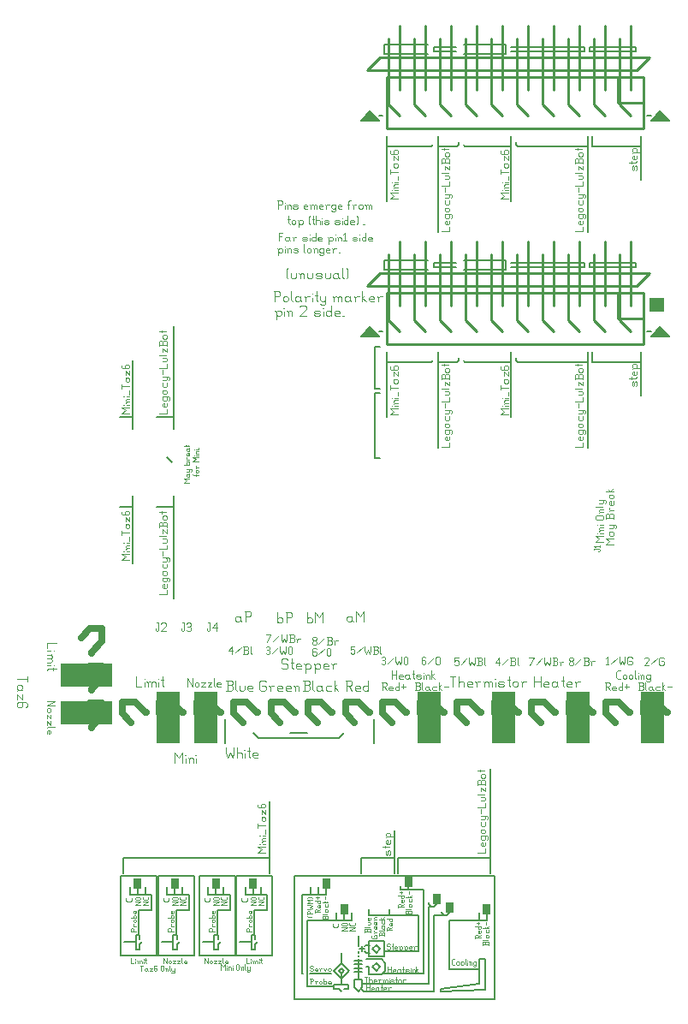
<source format=gbr>
G04 start of page 10 for group -4079 idx -4079 *
G04 Title: (unknown), topsilk *
G04 Creator: pcb 4.2.0 *
G04 CreationDate: Thu Sep 17 07:54:02 2020 UTC *
G04 For: commonadmin *
G04 Format: Gerber/RS-274X *
G04 PCB-Dimensions (mil): 3500.00 4250.00 *
G04 PCB-Coordinate-Origin: lower left *
%MOIN*%
%FSLAX25Y25*%
%LNTOPSILK*%
%ADD127C,0.0021*%
%ADD126C,0.0022*%
%ADD125C,0.0250*%
%ADD124C,0.0049*%
%ADD123C,0.0039*%
%ADD122C,0.0026*%
%ADD121C,0.0021*%
%ADD120C,0.0027*%
%ADD119C,0.0022*%
%ADD118C,0.0048*%
%ADD117C,0.0038*%
%ADD116C,0.0050*%
%ADD115C,0.0040*%
%ADD114C,0.0030*%
%ADD113C,0.0038*%
%ADD112C,0.0030*%
%ADD111C,0.0060*%
%ADD110C,0.0100*%
%ADD109C,0.0001*%
G54D109*G36*
X53000Y146000D02*X73000D01*
Y137000D01*
X53000D01*
Y146000D01*
G37*
G36*
Y160500D02*X73000D01*
Y151500D01*
X53000D01*
Y160500D01*
G37*
G36*
X165000Y67000D02*Y63000D01*
X162000D01*
Y67000D01*
X165000D01*
G37*
G36*
X158000Y77000D02*Y73000D01*
X155000D01*
Y77000D01*
X158000D01*
G37*
G36*
X190000Y77500D02*Y73500D01*
X187000D01*
Y77500D01*
X190000D01*
G37*
G36*
X201000Y71000D02*Y67000D01*
X198000D01*
Y71000D01*
X201000D01*
G37*
G36*
X220500Y67000D02*Y63000D01*
X217500D01*
Y67000D01*
X220500D01*
G37*
G36*
X206000Y67500D02*Y63500D01*
X203000D01*
Y67500D01*
X206000D01*
G37*
G36*
X84500Y77000D02*Y73000D01*
X81500D01*
Y77000D01*
X84500D01*
G37*
G36*
X99000D02*Y73000D01*
X96000D01*
Y77000D01*
X99000D01*
G37*
G36*
X129500D02*Y73000D01*
X126500D01*
Y77000D01*
X129500D01*
G37*
G36*
X115000D02*Y73000D01*
X112000D01*
Y77000D01*
X115000D01*
G37*
G36*
X279000Y129500D02*Y149500D01*
X288000D01*
Y129500D01*
X279000D01*
G37*
G36*
X250000D02*Y149500D01*
X259000D01*
Y129500D01*
X250000D01*
G37*
G36*
X221000D02*Y149500D01*
X230000D01*
Y129500D01*
X221000D01*
G37*
G36*
X192000D02*Y149500D01*
X201000D01*
Y129500D01*
X192000D01*
G37*
G36*
X90500D02*Y149500D01*
X99500D01*
Y129500D01*
X90500D01*
G37*
G36*
X105000D02*Y149500D01*
X114000D01*
Y129500D01*
X105000D01*
G37*
G36*
X170000Y288000D02*X173500Y291500D01*
X177000Y288000D01*
X170000D01*
G37*
G36*
X283000D02*X286500Y291500D01*
X290000Y288000D01*
X283000D01*
G37*
G36*
X170000Y372000D02*X173500Y375500D01*
X177000Y372000D01*
X170000D01*
G37*
G36*
X283000D02*X286500Y375500D01*
X290000Y372000D01*
X283000D01*
G37*
G36*
X282500Y303000D02*X288000D01*
Y297500D01*
X282500D01*
Y303000D01*
G37*
G54D110*X245000Y290000D02*X240750Y294250D01*
Y320000D01*
X235000Y300000D02*Y325000D01*
X230750Y294250D02*Y320000D01*
X225000Y300000D02*Y325000D01*
G54D111*X226500Y317500D02*Y314000D01*
G54D110*X235000Y290000D02*X230750Y294250D01*
X225000Y290000D02*X220750Y294250D01*
X215000Y290000D02*X210750Y294250D01*
G54D111*X228500Y278000D02*X210500D01*
G54D110*X260750Y294250D02*Y320000D01*
X255000Y300000D02*Y325000D01*
X250750Y294250D02*Y320000D01*
X245000Y300000D02*Y325000D01*
G54D111*X259000Y315000D02*Y316500D01*
X257000D02*Y315000D01*
G54D110*X275000Y300000D02*Y325000D01*
X270750Y294250D02*Y320000D01*
X265000Y300000D02*Y325000D01*
X282500Y312500D02*X277500Y307500D01*
G54D111*X259000Y316500D02*X277000D01*
Y315000D01*
X259000D01*
G54D110*X220750Y294250D02*Y320000D01*
X215000Y300000D02*Y325000D01*
X210750Y294250D02*Y320000D01*
X205000Y290000D02*X200750Y294250D01*
X195000Y290000D02*X190750Y294250D01*
X172500Y307500D02*X277500D01*
G54D111*X178500Y290000D02*X177000D01*
G54D110*X282500Y312500D02*X177500D01*
G54D111*X207000Y316500D02*X198500D01*
X207000Y315000D02*X198500D01*
X226500Y314000D02*X210000D01*
X226500Y317500D02*X210000D01*
X257000Y316500D02*X228500D01*
X257000Y315000D02*X228500D01*
G54D110*X275000Y290000D02*X270750Y294250D01*
X255000Y290000D02*X250750Y294250D01*
X265000Y290000D02*X260750Y294250D01*
G54D111*X290000Y288000D02*X286500Y291500D01*
X283000Y288000D01*
X290000D01*
X283000Y290000D02*X281500D01*
X260000Y282000D02*Y278000D01*
X258500Y282000D02*Y244500D01*
X228500Y282000D02*Y256500D01*
X260000Y278000D02*X279000D01*
X230500Y279500D02*Y278500D01*
X231000Y278000D01*
X258500D01*
X279000D02*Y282000D01*
Y265000D01*
G54D110*X205000Y300000D02*Y325000D01*
X200750Y294250D02*Y320000D01*
X195000Y300000D02*Y325000D01*
X190750Y294250D02*Y320000D01*
G54D111*X198500Y316500D02*Y315000D01*
G54D110*X185000Y300000D02*Y325000D01*
X180750Y294250D02*Y320000D01*
X177500Y312500D02*X172500Y307500D01*
G54D111*X179000Y317500D02*Y314000D01*
X180000Y282000D02*Y256500D01*
X179000Y317500D02*X196000D01*
X179000Y314000D02*X196000D01*
X180000Y278000D02*X197500D01*
X198000Y278500D01*
X200000Y278000D02*X207500D01*
X208000Y278500D01*
Y279500D01*
X200000Y282000D02*Y244500D01*
X210000Y278500D02*X210500Y278000D01*
G54D110*X185000Y290000D02*X180750Y294250D01*
G54D111*X184500Y85000D02*Y79000D01*
X220500Y85000D02*X184500D01*
X220500Y119500D02*Y79000D01*
X183000D02*Y95500D01*
X175500Y267500D02*X177500D01*
X175500D02*Y284000D01*
X177500D01*
Y266000D02*X175500D01*
Y240500D01*
X175000Y129500D02*Y139000D01*
X170000Y85000D02*Y79000D01*
X183000Y85000D02*X170000D01*
X175500Y240500D02*X177500D01*
X177000Y288000D02*X173500Y291500D01*
X170000Y288000D02*X177000D01*
X173500Y291500D02*X170000Y288000D01*
X142500Y133500D02*X149000D01*
X128000D02*X130000Y131500D01*
X161500D01*
X163500Y133500D01*
X117000Y139000D02*Y129500D01*
X77500Y85000D02*X134500D01*
X77500D02*Y79000D01*
X134500D02*Y107000D01*
X94500Y241000D02*X96500Y239000D01*
X90500Y256500D02*X97000D01*
X76000D02*X81000D01*
X97000Y221500D02*X90500D01*
X81000D02*X76000D01*
X97000Y186000D02*Y226000D01*
Y292000D02*Y252000D01*
X81000Y199500D02*Y226000D01*
Y278500D02*Y252000D01*
G54D110*X275000Y384000D02*Y409000D01*
X270750Y378250D02*Y404000D01*
X245000Y384000D02*Y409000D01*
X282500Y396500D02*X277500Y391500D01*
X265000Y384000D02*Y409000D01*
X260750Y378250D02*Y404000D01*
X255000Y384000D02*Y409000D01*
X250750Y378250D02*Y404000D01*
G54D111*X259000Y399000D02*Y400500D01*
X257000D02*Y399000D01*
X259000Y400500D02*X277000D01*
Y399000D02*X259000D01*
X277000Y400500D02*Y399000D01*
G54D110*X245000Y374000D02*X240750Y378250D01*
Y404000D01*
X235000Y384000D02*Y409000D01*
X230750Y378250D02*Y404000D01*
X225000Y384000D02*Y409000D01*
G54D111*X226500Y401500D02*Y398000D01*
G54D110*X235000Y374000D02*X230750Y378250D01*
X225000Y374000D02*X220750Y378250D01*
X215000Y374000D02*X210750Y378250D01*
G54D111*X228500Y362000D02*X210500D01*
G54D110*X205000Y384000D02*Y409000D01*
X200750Y378250D02*Y404000D01*
X195000Y384000D02*Y409000D01*
X190750Y378250D02*Y404000D01*
G54D111*X198500Y400500D02*Y399000D01*
G54D110*X185000Y384000D02*Y409000D01*
X180750Y378250D02*Y404000D01*
X177500Y396500D02*X172500Y391500D01*
G54D111*X179000Y401500D02*Y398000D01*
Y401500D02*X196000D01*
X179000Y398000D02*X196000D01*
X177000Y372000D02*X173500Y375500D01*
X170000Y372000D01*
X178500Y374000D02*X177000D01*
X170000Y372000D02*X177000D01*
G54D110*X220750Y378250D02*Y404000D01*
X215000Y384000D02*Y409000D01*
X210750Y378250D02*Y404000D01*
X205000Y374000D02*X200750Y378250D01*
X195000Y374000D02*X190750Y378250D01*
X172500Y391500D02*X277500D01*
X282500Y396500D02*X177500D01*
G54D111*X207000Y400500D02*X198500D01*
X207000Y399000D02*X198500D01*
X226500Y398000D02*X210000D01*
X226500Y401500D02*X210000D01*
X257000Y400500D02*X228500D01*
X257000Y399000D02*X228500D01*
G54D110*X275000Y374000D02*X270750Y378250D01*
X255000Y374000D02*X250750Y378250D01*
X265000Y374000D02*X260750Y378250D01*
G54D111*X290000Y372000D02*X286500Y375500D01*
X283000Y372000D01*
X290000D01*
X283000Y374000D02*X281500D01*
X260000Y366000D02*Y362000D01*
X258500Y366000D02*Y328500D01*
X228500Y366000D02*Y340500D01*
X260000Y362000D02*X279000D01*
X230500Y363500D02*Y362500D01*
X231000Y362000D01*
X258500D01*
X279000D02*Y366000D01*
Y349000D01*
G54D110*X185000Y374000D02*X180750Y378250D01*
G54D111*X180000Y366000D02*Y340500D01*
X200000Y362000D02*X207500D01*
X208000Y362500D01*
X210000D02*X210500Y362000D01*
X208000Y362500D02*Y363500D01*
X200000Y366000D02*Y328500D01*
X180000Y362000D02*X197500D01*
X198000Y362500D01*
G54D112*X270032Y154700D02*X271020D01*
X269500Y155232D02*X270032Y154700D01*
X269500Y157208D02*Y155232D01*
Y157208D02*X270032Y157740D01*
X271020D01*
X271932Y155840D02*Y155080D01*
Y155840D02*X272312Y156220D01*
X273072D01*
X273452Y155840D01*
Y155080D01*
X273072Y154700D02*X273452Y155080D01*
X272312Y154700D02*X273072D01*
X271932Y155080D02*X272312Y154700D01*
X274364Y155840D02*Y155080D01*
Y155840D02*X274744Y156220D01*
X275504D01*
X275884Y155840D01*
Y155080D01*
X275504Y154700D02*X275884Y155080D01*
X274744Y154700D02*X275504D01*
X274364Y155080D02*X274744Y154700D01*
X276796Y157740D02*Y155080D01*
X277176Y154700D01*
G54D113*X277936Y156980D02*Y156904D01*
G54D112*Y155840D02*Y154700D01*
X279076Y155840D02*Y154700D01*
Y155840D02*X279456Y156220D01*
X279836D01*
X280216Y155840D01*
Y154700D01*
X278696Y156220D02*X279076Y155840D01*
X282268Y156220D02*X282648Y155840D01*
X281508Y156220D02*X282268D01*
X281128Y155840D02*X281508Y156220D01*
X281128Y155840D02*Y155080D01*
X281508Y154700D01*
X282268D01*
X282648Y155080D01*
X281128Y153940D02*X281508Y153560D01*
X282268D01*
X282648Y153940D01*
Y156220D02*Y153940D01*
X265000Y153230D02*X266540D01*
X266925Y152845D01*
Y152075D01*
X266540Y151690D02*X266925Y152075D01*
X265385Y151690D02*X266540D01*
X265385Y153230D02*Y150150D01*
X266001Y151690D02*X266925Y150150D01*
X268234D02*X269389D01*
X267849Y150535D02*X268234Y150150D01*
X267849Y151305D02*Y150535D01*
Y151305D02*X268234Y151690D01*
X269004D01*
X269389Y151305D01*
X267849Y150920D02*X269389D01*
Y151305D02*Y150920D01*
X271853Y153230D02*Y150150D01*
X271468D02*X271853Y150535D01*
X270698Y150150D02*X271468D01*
X270313Y150535D02*X270698Y150150D01*
X270313Y151305D02*Y150535D01*
Y151305D02*X270698Y151690D01*
X271468D01*
X271853Y151305D01*
X272777Y151690D02*X274317D01*
X273547Y152460D02*Y150920D01*
X278000Y150150D02*X279540D01*
X279925Y150535D01*
Y151459D02*Y150535D01*
X279540Y151844D02*X279925Y151459D01*
X278385Y151844D02*X279540D01*
X278385Y153230D02*Y150150D01*
X278000Y153230D02*X279540D01*
X279925Y152845D01*
Y152229D01*
X279540Y151844D02*X279925Y152229D01*
X280849Y153230D02*Y150535D01*
X281234Y150150D01*
X283159Y151690D02*X283544Y151305D01*
X282389Y151690D02*X283159D01*
X282004Y151305D02*X282389Y151690D01*
X282004Y151305D02*Y150535D01*
X282389Y150150D01*
X283544Y151690D02*Y150535D01*
X283929Y150150D01*
X282389D02*X283159D01*
X283544Y150535D01*
X285238Y151690D02*X286393D01*
X284853Y151305D02*X285238Y151690D01*
X284853Y151305D02*Y150535D01*
X285238Y150150D01*
X286393D01*
X287317Y153230D02*Y150150D01*
Y151305D02*X288472Y150150D01*
X287317Y151305D02*X288087Y152075D01*
X289396Y151690D02*X290936D01*
G54D114*X280280Y162623D02*X280655Y162998D01*
X281780D01*
X282155Y162623D01*
Y161873D01*
X280280Y159998D02*X282155Y161873D01*
X280280Y159998D02*X282155D01*
X283055Y160373D02*X285305Y162623D01*
X287705Y162998D02*X288080Y162623D01*
X286580Y162998D02*X287705D01*
X286205Y162623D02*X286580Y162998D01*
X286205Y162623D02*Y160373D01*
X286580Y159998D01*
X287705D01*
X288080Y160373D01*
Y161123D02*Y160373D01*
X287705Y161498D02*X288080Y161123D01*
X286955Y161498D02*X287705D01*
X265457Y162469D02*X266057Y163069D01*
Y160069D01*
X265457D02*X266582D01*
X267482Y160444D02*X269732Y162694D01*
X270632Y163069D02*Y161569D01*
X271007Y160069D01*
X271757Y161569D01*
X272507Y160069D01*
X272882Y161569D01*
Y163069D02*Y161569D01*
X275282Y163069D02*X275657Y162694D01*
X274157Y163069D02*X275282D01*
X273782Y162694D02*X274157Y163069D01*
X273782Y162694D02*Y160444D01*
X274157Y160069D01*
X275282D01*
X275657Y160444D01*
Y161194D02*Y160444D01*
X275282Y161569D02*X275657Y161194D01*
X274532Y161569D02*X275282D01*
X251173Y160294D02*X251548Y159919D01*
X251173Y160894D02*Y160294D01*
Y160894D02*X251698Y161419D01*
X252148D01*
X252673Y160894D01*
Y160294D01*
X252298Y159919D02*X252673Y160294D01*
X251548Y159919D02*X252298D01*
X251173Y161944D02*X251698Y161419D01*
X251173Y162544D02*Y161944D01*
Y162544D02*X251548Y162919D01*
X252298D01*
X252673Y162544D01*
Y161944D01*
X252148Y161419D02*X252673Y161944D01*
X253573Y160294D02*X255823Y162544D01*
X256723Y159919D02*X258223D01*
X258598Y160294D01*
Y161194D02*Y160294D01*
X258223Y161569D02*X258598Y161194D01*
X257098Y161569D02*X258223D01*
X257098Y162919D02*Y159919D01*
X256723Y162919D02*X258223D01*
X258598Y162544D01*
Y161944D01*
X258223Y161569D02*X258598Y161944D01*
X259873Y161044D02*Y159919D01*
Y161044D02*X260248Y161419D01*
X260998D01*
X259498D02*X259873Y161044D01*
G54D115*X237500Y155500D02*Y151500D01*
X240000Y155500D02*Y151500D01*
X237500Y153500D02*X240000D01*
X241700Y151500D02*X243200D01*
X241200Y152000D02*X241700Y151500D01*
X241200Y153000D02*Y152000D01*
Y153000D02*X241700Y153500D01*
X242700D01*
X243200Y153000D01*
X241200Y152500D02*X243200D01*
Y153000D02*Y152500D01*
X245900Y153500D02*X246400Y153000D01*
X244900Y153500D02*X245900D01*
X244400Y153000D02*X244900Y153500D01*
X244400Y153000D02*Y152000D01*
X244900Y151500D01*
X246400Y153500D02*Y152000D01*
X246900Y151500D01*
X244900D02*X245900D01*
X246400Y152000D01*
X248600Y155500D02*Y152000D01*
X249100Y151500D01*
X248100Y154000D02*X249100D01*
X250600Y151500D02*X252100D01*
X250100Y152000D02*X250600Y151500D01*
X250100Y153000D02*Y152000D01*
Y153000D02*X250600Y153500D01*
X251600D01*
X252100Y153000D01*
X250100Y152500D02*X252100D01*
Y153000D02*Y152500D01*
X253800Y153000D02*Y151500D01*
Y153000D02*X254300Y153500D01*
X255300D01*
X253300D02*X253800Y153000D01*
G54D114*X235891Y159801D02*X237391Y162801D01*
X235516D02*X237391D01*
X238291Y160176D02*X240541Y162426D01*
X241441Y162801D02*Y161301D01*
X241816Y159801D01*
X242566Y161301D01*
X243316Y159801D01*
X243691Y161301D01*
Y162801D02*Y161301D01*
X244591Y159801D02*X246091D01*
X246466Y160176D01*
Y161076D02*Y160176D01*
X246091Y161451D02*X246466Y161076D01*
X244966Y161451D02*X246091D01*
X244966Y162801D02*Y159801D01*
X244591Y162801D02*X246091D01*
X246466Y162426D01*
Y161826D01*
X246091Y161451D02*X246466Y161826D01*
X247741Y160926D02*Y159801D01*
Y160926D02*X248116Y161301D01*
X248866D01*
X247366D02*X247741Y160926D01*
G54D112*X215270Y87000D02*X218350D01*
Y88540D02*Y87000D01*
Y91004D02*Y89849D01*
X217965Y89464D02*X218350Y89849D01*
X217195Y89464D02*X217965D01*
X217195D02*X216810Y89849D01*
Y90619D02*Y89849D01*
Y90619D02*X217195Y91004D01*
X217580D02*Y89464D01*
X217195Y91004D02*X217580D01*
X216810Y93083D02*X217195Y93468D01*
X216810Y93083D02*Y92313D01*
X217195Y91928D02*X216810Y92313D01*
X217195Y91928D02*X217965D01*
X218350Y92313D01*
Y93083D02*Y92313D01*
Y93083D02*X217965Y93468D01*
X219120Y91928D02*X219505Y92313D01*
Y93083D02*Y92313D01*
Y93083D02*X219120Y93468D01*
X216810D02*X219120D01*
X216810Y95547D02*X217195Y95932D01*
X216810Y95547D02*Y94777D01*
X217195Y94392D02*X216810Y94777D01*
X217195Y94392D02*X217965D01*
X218350Y94777D01*
X216810Y95932D02*X217965D01*
X218350Y96317D01*
Y95547D02*Y94777D01*
Y95547D02*X217965Y95932D01*
X216810Y98781D02*Y97626D01*
X217195Y97241D02*X216810Y97626D01*
X217195Y97241D02*X217965D01*
X218350Y97626D01*
Y98781D02*Y97626D01*
X216810Y99705D02*X217965D01*
X218350Y100090D01*
X216810Y101245D02*X219120D01*
X219505Y100860D02*X219120Y101245D01*
X219505Y100860D02*Y100090D01*
X219120Y99705D02*X219505Y100090D01*
X218350Y100860D02*Y100090D01*
Y100860D02*X217965Y101245D01*
X216810Y103709D02*Y102169D01*
X215270Y104633D02*X218350D01*
Y106173D02*Y104633D01*
X216810Y107097D02*X217965D01*
X218350Y107482D01*
Y108252D02*Y107482D01*
Y108252D02*X217965Y108637D01*
X216810D02*X217965D01*
X215270Y109561D02*X217965D01*
X218350Y109946D01*
X216810Y112256D02*Y110716D01*
X218350D02*X216810Y112256D01*
X218350D02*Y110716D01*
Y114720D02*Y113180D01*
Y114720D02*X217965Y115105D01*
X217041D02*X217965D01*
X216656Y114720D02*X217041Y115105D01*
X216656Y114720D02*Y113565D01*
X215270D02*X218350D01*
X215270Y114720D02*Y113180D01*
Y114720D02*X215655Y115105D01*
X216271D01*
X216656Y114720D02*X216271Y115105D01*
X217195Y116029D02*X217965D01*
X217195D02*X216810Y116414D01*
Y117184D02*Y116414D01*
Y117184D02*X217195Y117569D01*
X217965D01*
X218350Y117184D02*X217965Y117569D01*
X218350Y117184D02*Y116414D01*
X217965Y116029D02*X218350Y116414D01*
X215270Y118878D02*X217965D01*
X218350Y119263D01*
X216425D02*Y118493D01*
X181300Y87520D02*Y86380D01*
Y87520D02*X180920Y87900D01*
X180540Y87520D02*X180920Y87900D01*
X180540Y87520D02*Y86380D01*
X180160Y86000D02*X180540Y86380D01*
X180160Y86000D02*X179780Y86380D01*
Y87520D02*Y86380D01*
Y87520D02*X180160Y87900D01*
X180920Y86000D02*X181300Y86380D01*
X178260Y89192D02*X180920D01*
X181300Y89572D01*
X179400D02*Y88812D01*
X181300Y91852D02*Y90712D01*
X180920Y90332D02*X181300Y90712D01*
X180160Y90332D02*X180920D01*
X180160D02*X179780Y90712D01*
Y91472D02*Y90712D01*
Y91472D02*X180160Y91852D01*
X180540D02*Y90332D01*
X180160Y91852D02*X180540D01*
X180160Y93144D02*X182440D01*
X179780Y92764D02*X180160Y93144D01*
X179780Y93524D01*
Y94284D02*Y93524D01*
Y94284D02*X180160Y94664D01*
X180920D01*
X181300Y94284D02*X180920Y94664D01*
X181300Y94284D02*Y93524D01*
X180920Y93144D02*X181300Y93524D01*
G54D115*X204900Y155550D02*X206900D01*
X205900D02*Y151550D01*
X208100Y155550D02*Y151550D01*
Y153050D02*X208600Y153550D01*
X209600D01*
X210100Y153050D01*
Y151550D01*
X211800D02*X213300D01*
X211300Y152050D02*X211800Y151550D01*
X211300Y153050D02*Y152050D01*
Y153050D02*X211800Y153550D01*
X212800D01*
X213300Y153050D01*
X211300Y152550D02*X213300D01*
Y153050D02*Y152550D01*
X215000Y153050D02*Y151550D01*
Y153050D02*X215500Y153550D01*
X216500D01*
X214500D02*X215000Y153050D01*
X218200D02*Y151550D01*
Y153050D02*X218700Y153550D01*
X219200D01*
X219700Y153050D01*
Y151550D01*
Y153050D02*X220200Y153550D01*
X220700D01*
X221200Y153050D01*
Y151550D01*
X217700Y153550D02*X218200Y153050D01*
G54D116*X222400Y154550D02*Y154450D01*
G54D115*Y153050D02*Y151550D01*
X223900D02*X225400D01*
X225900Y152050D01*
X225400Y152550D02*X225900Y152050D01*
X223900Y152550D02*X225400D01*
X223400Y153050D02*X223900Y152550D01*
X223400Y153050D02*X223900Y153550D01*
X225400D01*
X225900Y153050D01*
X223400Y152050D02*X223900Y151550D01*
X227600Y155550D02*Y152050D01*
X228100Y151550D01*
X227100Y154050D02*X228100D01*
X229100Y153050D02*Y152050D01*
Y153050D02*X229600Y153550D01*
X230600D01*
X231100Y153050D01*
Y152050D01*
X230600Y151550D02*X231100Y152050D01*
X229600Y151550D02*X230600D01*
X229100Y152050D02*X229600Y151550D01*
X232800Y153050D02*Y151550D01*
Y153050D02*X233300Y153550D01*
X234300D01*
X232300D02*X232800Y153050D01*
G54D114*X222280Y160966D02*X223780Y162841D01*
X222280Y160966D02*X224155D01*
X223780Y162841D02*Y159841D01*
X225055Y160216D02*X227305Y162466D01*
X228205Y159841D02*X229705D01*
X230080Y160216D01*
Y161116D02*Y160216D01*
X229705Y161491D02*X230080Y161116D01*
X228580Y161491D02*X229705D01*
X228580Y162841D02*Y159841D01*
X228205Y162841D02*X229705D01*
X230080Y162466D01*
Y161866D01*
X229705Y161491D02*X230080Y161866D01*
X230980Y162841D02*Y160216D01*
X231355Y159841D01*
X206516Y162852D02*X208016D01*
X206516D02*Y161352D01*
X206891Y161727D01*
X207641D01*
X208016Y161352D01*
Y160227D01*
X207641Y159852D02*X208016Y160227D01*
X206891Y159852D02*X207641D01*
X206516Y160227D02*X206891Y159852D01*
X208916Y160227D02*X211166Y162477D01*
X212066Y162852D02*Y161352D01*
X212441Y159852D01*
X213191Y161352D01*
X213941Y159852D01*
X214316Y161352D01*
Y162852D02*Y161352D01*
X215216Y159852D02*X216716D01*
X217091Y160227D01*
Y161127D02*Y160227D01*
X216716Y161502D02*X217091Y161127D01*
X215591Y161502D02*X216716D01*
X215591Y162852D02*Y159852D01*
X215216Y162852D02*X216716D01*
X217091Y162477D01*
Y161877D01*
X216716Y161502D02*X217091Y161877D01*
X217991Y162852D02*Y160227D01*
X218366Y159852D01*
G54D112*X182000Y157740D02*Y154700D01*
X183900Y157740D02*Y154700D01*
X182000Y156220D02*X183900D01*
X185192Y154700D02*X186332D01*
X184812Y155080D02*X185192Y154700D01*
X184812Y155840D02*Y155080D01*
Y155840D02*X185192Y156220D01*
X185952D01*
X186332Y155840D01*
X184812Y155460D02*X186332D01*
Y155840D02*Y155460D01*
X188384Y156220D02*X188764Y155840D01*
X187624Y156220D02*X188384D01*
X187244Y155840D02*X187624Y156220D01*
X187244Y155840D02*Y155080D01*
X187624Y154700D01*
X188764Y156220D02*Y155080D01*
X189144Y154700D01*
X187624D02*X188384D01*
X188764Y155080D01*
X190436Y157740D02*Y155080D01*
X190816Y154700D01*
X190056Y156600D02*X190816D01*
X191956Y154700D02*X193096D01*
X193476Y155080D01*
X193096Y155460D02*X193476Y155080D01*
X191956Y155460D02*X193096D01*
X191576Y155840D02*X191956Y155460D01*
X191576Y155840D02*X191956Y156220D01*
X193096D01*
X193476Y155840D01*
X191576Y155080D02*X191956Y154700D01*
G54D113*X194388Y156980D02*Y156904D01*
G54D112*Y155840D02*Y154700D01*
X195528Y155840D02*Y154700D01*
Y155840D02*X195908Y156220D01*
X196288D01*
X196668Y155840D01*
Y154700D01*
X195148Y156220D02*X195528Y155840D01*
X197580Y157740D02*Y154700D01*
Y155840D02*X198720Y154700D01*
X197580Y155840D02*X198340Y156600D01*
X178000Y153230D02*X179540D01*
X179925Y152845D01*
Y152075D01*
X179540Y151690D02*X179925Y152075D01*
X178385Y151690D02*X179540D01*
X178385Y153230D02*Y150150D01*
X179001Y151690D02*X179925Y150150D01*
X181234D02*X182389D01*
X180849Y150535D02*X181234Y150150D01*
X180849Y151305D02*Y150535D01*
Y151305D02*X181234Y151690D01*
X182004D01*
X182389Y151305D01*
X180849Y150920D02*X182389D01*
Y151305D02*Y150920D01*
X184853Y153230D02*Y150150D01*
X184468D02*X184853Y150535D01*
X183698Y150150D02*X184468D01*
X183313Y150535D02*X183698Y150150D01*
X183313Y151305D02*Y150535D01*
Y151305D02*X183698Y151690D01*
X184468D01*
X184853Y151305D01*
X185777Y151690D02*X187317D01*
X186547Y152460D02*Y150920D01*
G54D114*X178016Y162741D02*X178391Y163116D01*
X179141D01*
X179516Y162741D01*
X179141Y160116D02*X179516Y160491D01*
X178391Y160116D02*X179141D01*
X178016Y160491D02*X178391Y160116D01*
Y161766D02*X179141D01*
X179516Y162741D02*Y162141D01*
Y161391D02*Y160491D01*
Y161391D02*X179141Y161766D01*
X179516Y162141D02*X179141Y161766D01*
X180416Y160491D02*X182666Y162741D01*
X183566Y163116D02*Y161616D01*
X183941Y160116D01*
X184691Y161616D01*
X185441Y160116D01*
X185816Y161616D01*
Y163116D02*Y161616D01*
X186716Y162741D02*Y160491D01*
Y162741D02*X187091Y163116D01*
X187841D01*
X188216Y162741D01*
Y160491D01*
X187841Y160116D02*X188216Y160491D01*
X187091Y160116D02*X187841D01*
X186716Y160491D02*X187091Y160116D01*
G54D112*X191000Y150150D02*X192540D01*
X192925Y150535D01*
Y151459D02*Y150535D01*
X192540Y151844D02*X192925Y151459D01*
X191385Y151844D02*X192540D01*
X191385Y153230D02*Y150150D01*
X191000Y153230D02*X192540D01*
X192925Y152845D01*
Y152229D01*
X192540Y151844D02*X192925Y152229D01*
X193849Y153230D02*Y150535D01*
X194234Y150150D01*
X196159Y151690D02*X196544Y151305D01*
X195389Y151690D02*X196159D01*
X195004Y151305D02*X195389Y151690D01*
X195004Y151305D02*Y150535D01*
X195389Y150150D01*
X196544Y151690D02*Y150535D01*
X196929Y150150D01*
X195389D02*X196159D01*
X196544Y150535D01*
X198238Y151690D02*X199393D01*
X197853Y151305D02*X198238Y151690D01*
X197853Y151305D02*Y150535D01*
X198238Y150150D01*
X199393D01*
X200317Y153230D02*Y150150D01*
Y151305D02*X201472Y150150D01*
X200317Y151305D02*X201087Y152075D01*
X202396Y151690D02*X203936D01*
G54D115*X164000Y154000D02*X166000D01*
X166500Y153500D01*
Y152500D01*
X166000Y152000D02*X166500Y152500D01*
X164500Y152000D02*X166000D01*
X164500Y154000D02*Y150000D01*
X165300Y152000D02*X166500Y150000D01*
X168200D02*X169700D01*
X167700Y150500D02*X168200Y150000D01*
X167700Y151500D02*Y150500D01*
Y151500D02*X168200Y152000D01*
X169200D01*
X169700Y151500D01*
X167700Y151000D02*X169700D01*
Y151500D02*Y151000D01*
X172900Y154000D02*Y150000D01*
X172400D02*X172900Y150500D01*
X171400Y150000D02*X172400D01*
X170900Y150500D02*X171400Y150000D01*
X170900Y151500D02*Y150500D01*
Y151500D02*X171400Y152000D01*
X172400D01*
X172900Y151500D01*
X147500Y150000D02*X149500D01*
X150000Y150500D01*
Y151700D02*Y150500D01*
X149500Y152200D02*X150000Y151700D01*
X148000Y152200D02*X149500D01*
X148000Y154000D02*Y150000D01*
X147500Y154000D02*X149500D01*
X150000Y153500D01*
Y152700D01*
X149500Y152200D02*X150000Y152700D01*
X151200Y154000D02*Y150500D01*
X151700Y150000D01*
X154200Y152000D02*X154700Y151500D01*
X153200Y152000D02*X154200D01*
X152700Y151500D02*X153200Y152000D01*
X152700Y151500D02*Y150500D01*
X153200Y150000D01*
X154700Y152000D02*Y150500D01*
X155200Y150000D01*
X153200D02*X154200D01*
X154700Y150500D01*
X156900Y152000D02*X158400D01*
X156400Y151500D02*X156900Y152000D01*
X156400Y151500D02*Y150500D01*
X156900Y150000D01*
X158400D01*
X159600Y154000D02*Y150000D01*
Y151500D02*X161100Y150000D01*
X159600Y151500D02*X160600Y152500D01*
G54D114*X194798Y163183D02*X195173Y162808D01*
X194048Y163183D02*X194798D01*
X193673Y162808D02*X194048Y163183D01*
X193673Y162808D02*Y160558D01*
X194048Y160183D01*
X194798Y161833D02*X195173Y161458D01*
X193673Y161833D02*X194798D01*
X194048Y160183D02*X194798D01*
X195173Y160558D01*
Y161458D02*Y160558D01*
X196073D02*X198323Y162808D01*
X199223D02*Y160558D01*
Y162808D02*X199598Y163183D01*
X200348D01*
X200723Y162808D01*
Y160558D01*
X200348Y160183D02*X200723Y160558D01*
X199598Y160183D02*X200348D01*
X199223Y160558D02*X199598Y160183D01*
G54D115*X141000Y162500D02*X141500Y162000D01*
X139500Y162500D02*X141000D01*
X139000Y162000D02*X139500Y162500D01*
X139000Y162000D02*Y161000D01*
X139500Y160500D01*
X141000D01*
X141500Y160000D01*
Y159000D01*
X141000Y158500D02*X141500Y159000D01*
X139500Y158500D02*X141000D01*
X139000Y159000D02*X139500Y158500D01*
X143200Y162500D02*Y159000D01*
X143700Y158500D01*
X142700Y161000D02*X143700D01*
X145200Y158500D02*X146700D01*
X144700Y159000D02*X145200Y158500D01*
X144700Y160000D02*Y159000D01*
Y160000D02*X145200Y160500D01*
X146200D01*
X146700Y160000D01*
X144700Y159500D02*X146700D01*
Y160000D02*Y159500D01*
X148400Y160000D02*Y157000D01*
X147900Y160500D02*X148400Y160000D01*
X148900Y160500D01*
X149900D01*
X150400Y160000D01*
Y159000D01*
X149900Y158500D02*X150400Y159000D01*
X148900Y158500D02*X149900D01*
X148400Y159000D02*X148900Y158500D01*
X152100Y160000D02*Y157000D01*
X151600Y160500D02*X152100Y160000D01*
X152600Y160500D01*
X153600D01*
X154100Y160000D01*
Y159000D01*
X153600Y158500D02*X154100Y159000D01*
X152600Y158500D02*X153600D01*
X152100Y159000D02*X152600Y158500D01*
X155800D02*X157300D01*
X155300Y159000D02*X155800Y158500D01*
X155300Y160000D02*Y159000D01*
Y160000D02*X155800Y160500D01*
X156800D01*
X157300Y160000D01*
X155300Y159500D02*X157300D01*
Y160000D02*Y159500D01*
X159000Y160000D02*Y158500D01*
Y160000D02*X159500Y160500D01*
X160500D01*
X158500D02*X159000Y160000D01*
X132500Y154000D02*X133000Y153500D01*
X131000Y154000D02*X132500D01*
X130500Y153500D02*X131000Y154000D01*
X130500Y153500D02*Y150500D01*
X131000Y150000D01*
X132500D01*
X133000Y150500D01*
Y151500D02*Y150500D01*
X132500Y152000D02*X133000Y151500D01*
X131500Y152000D02*X132500D01*
X134700Y151500D02*Y150000D01*
Y151500D02*X135200Y152000D01*
X136200D01*
X134200D02*X134700Y151500D01*
X137900Y150000D02*X139400D01*
X137400Y150500D02*X137900Y150000D01*
X137400Y151500D02*Y150500D01*
Y151500D02*X137900Y152000D01*
X138900D01*
X139400Y151500D01*
X137400Y151000D02*X139400D01*
Y151500D02*Y151000D01*
X141100Y150000D02*X142600D01*
X140600Y150500D02*X141100Y150000D01*
X140600Y151500D02*Y150500D01*
Y151500D02*X141100Y152000D01*
X142100D01*
X142600Y151500D01*
X140600Y151000D02*X142600D01*
Y151500D02*Y151000D01*
X144300Y151500D02*Y150000D01*
Y151500D02*X144800Y152000D01*
X145300D01*
X145800Y151500D01*
Y150000D01*
X143800Y152000D02*X144300Y151500D01*
X166000Y179000D02*X166500Y178500D01*
X165000Y179000D02*X166000D01*
X164500Y178500D02*X165000Y179000D01*
X164500Y178500D02*Y177500D01*
X165000Y177000D01*
X166500Y179000D02*Y177500D01*
X167000Y177000D01*
X165000D02*X166000D01*
X166500Y177500D01*
X168200Y181000D02*Y177000D01*
Y181000D02*X169700Y179000D01*
X171200Y181000D01*
Y177000D01*
X149000Y180500D02*Y176500D01*
Y177000D02*X149500Y176500D01*
X150500D01*
X151000Y177000D01*
Y178000D02*Y177000D01*
X150500Y178500D02*X151000Y178000D01*
X149500Y178500D02*X150500D01*
X149000Y178000D02*X149500Y178500D01*
X152200Y180500D02*Y176500D01*
Y180500D02*X153700Y178500D01*
X155200Y180500D01*
Y176500D01*
X122500Y179000D02*X123000Y178500D01*
X121500Y179000D02*X122500D01*
X121000Y178500D02*X121500Y179000D01*
X121000Y178500D02*Y177500D01*
X121500Y177000D01*
X123000Y179000D02*Y177500D01*
X123500Y177000D01*
X121500D02*X122500D01*
X123000Y177500D01*
X125200Y181000D02*Y177000D01*
X124700Y181000D02*X126700D01*
X127200Y180500D01*
Y179500D01*
X126700Y179000D02*X127200Y179500D01*
X125200Y179000D02*X126700D01*
X137500Y180500D02*Y176500D01*
Y177000D02*X138000Y176500D01*
X139000D01*
X139500Y177000D01*
Y178000D02*Y177000D01*
X139000Y178500D02*X139500Y178000D01*
X138000Y178500D02*X139000D01*
X137500Y178000D02*X138000Y178500D01*
X141200Y180500D02*Y176500D01*
X140700Y180500D02*X142700D01*
X143200Y180000D01*
Y179000D01*
X142700Y178500D02*X143200Y179000D01*
X141200Y178500D02*X142700D01*
G54D114*X133016Y166741D02*X133391Y167116D01*
X134141D01*
X134516Y166741D01*
X134141Y164116D02*X134516Y164491D01*
X133391Y164116D02*X134141D01*
X133016Y164491D02*X133391Y164116D01*
Y165766D02*X134141D01*
X134516Y166741D02*Y166141D01*
Y165391D02*Y164491D01*
Y165391D02*X134141Y165766D01*
X134516Y166141D02*X134141Y165766D01*
X135416Y164491D02*X137666Y166741D01*
X138566Y167116D02*Y165616D01*
X138941Y164116D01*
X139691Y165616D01*
X140441Y164116D01*
X140816Y165616D01*
Y167116D02*Y165616D01*
X141716Y166741D02*Y164491D01*
Y166741D02*X142091Y167116D01*
X142841D01*
X143216Y166741D01*
Y164491D01*
X142841Y164116D02*X143216Y164491D01*
X142091Y164116D02*X142841D01*
X141716Y164491D02*X142091Y164116D01*
X133391Y168801D02*X134891Y171801D01*
X133016D02*X134891D01*
X135791Y169176D02*X138041Y171426D01*
X138941Y171801D02*Y170301D01*
X139316Y168801D01*
X140066Y170301D01*
X140816Y168801D01*
X141191Y170301D01*
Y171801D02*Y170301D01*
X142091Y168801D02*X143591D01*
X143966Y169176D01*
Y170076D02*Y169176D01*
X143591Y170451D02*X143966Y170076D01*
X142466Y170451D02*X143591D01*
X142466Y171801D02*Y168801D01*
X142091Y171801D02*X143591D01*
X143966Y171426D01*
Y170826D01*
X143591Y170451D02*X143966Y170826D01*
X145241Y169926D02*Y168801D01*
Y169926D02*X145616Y170301D01*
X146366D01*
X144866D02*X145241Y169926D01*
X152298Y166683D02*X152673Y166308D01*
X151548Y166683D02*X152298D01*
X151173Y166308D02*X151548Y166683D01*
X151173Y166308D02*Y164058D01*
X151548Y163683D01*
X152298Y165333D02*X152673Y164958D01*
X151173Y165333D02*X152298D01*
X151548Y163683D02*X152298D01*
X152673Y164058D01*
Y164958D02*Y164058D01*
X153573D02*X155823Y166308D01*
X156723D02*Y164058D01*
Y166308D02*X157098Y166683D01*
X157848D01*
X158223Y166308D01*
Y164058D01*
X157848Y163683D02*X158223Y164058D01*
X157098Y163683D02*X157848D01*
X156723Y164058D02*X157098Y163683D01*
X151173Y168294D02*X151548Y167919D01*
X151173Y168894D02*Y168294D01*
Y168894D02*X151698Y169419D01*
X152148D01*
X152673Y168894D01*
Y168294D01*
X152298Y167919D02*X152673Y168294D01*
X151548Y167919D02*X152298D01*
X151173Y169944D02*X151698Y169419D01*
X151173Y170544D02*Y169944D01*
Y170544D02*X151548Y170919D01*
X152298D01*
X152673Y170544D01*
Y169944D01*
X152148Y169419D02*X152673Y169944D01*
X153573Y168294D02*X155823Y170544D01*
X156723Y167919D02*X158223D01*
X158598Y168294D01*
Y169194D02*Y168294D01*
X158223Y169569D02*X158598Y169194D01*
X157098Y169569D02*X158223D01*
X157098Y170919D02*Y167919D01*
X156723Y170919D02*X158223D01*
X158598Y170544D01*
Y169944D01*
X158223Y169569D02*X158598Y169944D01*
X159873Y169044D02*Y167919D01*
Y169044D02*X160248Y169419D01*
X160998D01*
X159498D02*X159873Y169044D01*
X166016Y167352D02*X167516D01*
X166016D02*Y165852D01*
X166391Y166227D01*
X167141D01*
X167516Y165852D01*
Y164727D01*
X167141Y164352D02*X167516Y164727D01*
X166391Y164352D02*X167141D01*
X166016Y164727D02*X166391Y164352D01*
X168416Y164727D02*X170666Y166977D01*
X171566Y167352D02*Y165852D01*
X171941Y164352D01*
X172691Y165852D01*
X173441Y164352D01*
X173816Y165852D01*
Y167352D02*Y165852D01*
X174716Y164352D02*X176216D01*
X176591Y164727D01*
Y165627D02*Y164727D01*
X176216Y166002D02*X176591Y165627D01*
X175091Y166002D02*X176216D01*
X175091Y167352D02*Y164352D01*
X174716Y167352D02*X176216D01*
X176591Y166977D01*
Y166377D01*
X176216Y166002D02*X176591Y166377D01*
X177491Y167352D02*Y164727D01*
X177866Y164352D01*
X118280Y165466D02*X119780Y167341D01*
X118280Y165466D02*X120155D01*
X119780Y167341D02*Y164341D01*
X121055Y164716D02*X123305Y166966D01*
X124205Y164341D02*X125705D01*
X126080Y164716D01*
Y165616D02*Y164716D01*
X125705Y165991D02*X126080Y165616D01*
X124580Y165991D02*X125705D01*
X124580Y167341D02*Y164341D01*
X124205Y167341D02*X125705D01*
X126080Y166966D01*
Y166366D01*
X125705Y165991D02*X126080Y166366D01*
X126980Y167341D02*Y164716D01*
X127355Y164341D01*
G54D117*X47650Y168500D02*X51530D01*
X47650D02*Y166560D01*
G54D118*X50463Y165396D02*X50560D01*
G54D117*X47650D02*X49105D01*
X47650Y163941D02*X49105D01*
X49590Y163456D01*
Y162971D01*
X49105Y162486D01*
X47650D02*X49105D01*
X49590Y162001D01*
Y161516D01*
X49105Y161031D01*
X47650D02*X49105D01*
X49590Y164426D02*X49105Y163941D01*
G54D118*X50463Y159867D02*X50560D01*
G54D117*X47650D02*X49105D01*
X48135Y158412D02*X51530D01*
X48135D02*X47650Y157927D01*
X50075Y158897D02*Y157927D01*
G54D115*X117500Y150000D02*X119500D01*
X120000Y150500D01*
Y151700D02*Y150500D01*
X119500Y152200D02*X120000Y151700D01*
X118000Y152200D02*X119500D01*
X118000Y154000D02*Y150000D01*
X117500Y154000D02*X119500D01*
X120000Y153500D01*
Y152700D01*
X119500Y152200D02*X120000Y152700D01*
X121200Y154000D02*Y150500D01*
X121700Y150000D01*
X122700Y152000D02*Y150500D01*
X123200Y150000D01*
X124200D01*
X124700Y150500D01*
Y152000D02*Y150500D01*
X126400Y150000D02*X127900D01*
X125900Y150500D02*X126400Y150000D01*
X125900Y151500D02*Y150500D01*
Y151500D02*X126400Y152000D01*
X127400D01*
X127900Y151500D01*
X125900Y151000D02*X127900D01*
Y151500D02*Y151000D01*
G54D117*X82500Y155530D02*Y151650D01*
X84440D01*
G54D118*X85604Y154560D02*Y154463D01*
G54D117*Y153105D02*Y151650D01*
X87059Y153105D02*Y151650D01*
Y153105D02*X87544Y153590D01*
X88029D01*
X88514Y153105D01*
Y151650D01*
Y153105D02*X88999Y153590D01*
X89484D01*
X89969Y153105D01*
Y151650D01*
X86574Y153590D02*X87059Y153105D01*
G54D118*X91133Y154560D02*Y154463D01*
G54D117*Y153105D02*Y151650D01*
X92588Y155530D02*Y152135D01*
X93073Y151650D01*
X92103Y154075D02*X93073D01*
G54D112*X102500Y154730D02*Y151650D01*
Y154730D02*X104425Y151650D01*
Y154730D02*Y151650D01*
X105349Y152805D02*Y152035D01*
Y152805D02*X105734Y153190D01*
X106504D01*
X106889Y152805D01*
Y152035D01*
X106504Y151650D02*X106889Y152035D01*
X105734Y151650D02*X106504D01*
X105349Y152035D02*X105734Y151650D01*
X107813Y153190D02*X109353D01*
X107813Y151650D02*X109353Y153190D01*
X107813Y151650D02*X109353D01*
X110277Y153190D02*X111817D01*
X110277Y151650D02*X111817Y153190D01*
X110277Y151650D02*X111817D01*
X112741Y154730D02*Y152035D01*
X113126Y151650D01*
X114281D02*X115436D01*
X113896Y152035D02*X114281Y151650D01*
X113896Y152805D02*Y152035D01*
Y152805D02*X114281Y153190D01*
X115051D01*
X115436Y152805D01*
X113896Y152420D02*X115436D01*
Y152805D02*Y152420D01*
X47650Y146000D02*X50730D01*
X47650Y144075D01*
X50730D01*
X48035Y143151D02*X48805D01*
X49190Y142766D01*
Y141996D01*
X48805Y141611D01*
X48035D02*X48805D01*
X47650Y141996D02*X48035Y141611D01*
X47650Y142766D02*Y141996D01*
X48035Y143151D02*X47650Y142766D01*
X49190Y140687D02*Y139147D01*
X47650Y140687D02*X49190Y139147D01*
X47650Y140687D02*Y139147D01*
X49190Y138223D02*Y136683D01*
X47650Y138223D02*X49190Y136683D01*
X47650Y138223D02*Y136683D01*
X48035Y135759D02*X50730D01*
X48035D02*X47650Y135374D01*
Y134219D02*Y133064D01*
X48035Y134604D02*X47650Y134219D01*
X48035Y134604D02*X48805D01*
X49190Y134219D01*
Y133449D01*
X48805Y133064D01*
X48420Y134604D02*Y133064D01*
X48805D01*
G54D115*X40000Y155500D02*Y153500D01*
X36000Y154500D02*X40000D01*
X38000Y150800D02*X37500Y150300D01*
X38000Y151800D02*Y150800D01*
X37500Y152300D02*X38000Y151800D01*
X36500Y152300D02*X37500D01*
X36500D02*X36000Y151800D01*
X36500Y150300D02*X38000D01*
X36500D02*X36000Y149800D01*
Y151800D02*Y150800D01*
X36500Y150300D01*
X38000Y148600D02*Y146600D01*
X36000Y148600D02*X38000Y146600D01*
X36000Y148600D02*Y146600D01*
X40000Y143900D02*X39500Y143400D01*
X40000Y144900D02*Y143900D01*
X39500Y145400D02*X40000Y144900D01*
X36500Y145400D02*X39500D01*
X36500D02*X36000Y144900D01*
X38200Y143900D02*X37700Y143400D01*
X38200Y145400D02*Y143900D01*
X36000Y144900D02*Y143900D01*
X36500Y143400D01*
X37700D01*
X97500Y126000D02*Y122000D01*
Y126000D02*X99000Y124000D01*
X100500Y126000D01*
Y122000D01*
G54D116*X101700Y125000D02*Y124900D01*
G54D115*Y123500D02*Y122000D01*
X103200Y123500D02*Y122000D01*
Y123500D02*X103700Y124000D01*
X104200D01*
X104700Y123500D01*
Y122000D01*
X102700Y124000D02*X103200Y123500D01*
G54D116*X105900Y125000D02*Y124900D01*
G54D115*Y123500D02*Y122000D01*
G54D119*X80500Y45960D02*Y43800D01*
X81580D01*
G54D120*X82228Y45420D02*Y45366D01*
G54D119*Y44610D02*Y43800D01*
X83038Y44610D02*Y43800D01*
Y44610D02*X83308Y44880D01*
X83578D01*
X83848Y44610D01*
Y43800D01*
Y44610D02*X84118Y44880D01*
X84388D01*
X84658Y44610D01*
Y43800D01*
X82768Y44880D02*X83038Y44610D01*
G54D120*X85306Y45420D02*Y45366D01*
G54D119*Y44610D02*Y43800D01*
X86116Y45960D02*Y44070D01*
X86386Y43800D01*
X85846Y45150D02*X86386D01*
X93000Y45960D02*Y43800D01*
Y45960D02*X94350Y43800D01*
Y45960D02*Y43800D01*
X94998Y44610D02*Y44070D01*
Y44610D02*X95268Y44880D01*
X95808D01*
X96078Y44610D01*
Y44070D01*
X95808Y43800D02*X96078Y44070D01*
X95268Y43800D02*X95808D01*
X94998Y44070D02*X95268Y43800D01*
X96726Y44880D02*X97806D01*
X96726Y43800D02*X97806Y44880D01*
X96726Y43800D02*X97806D01*
X98454Y44880D02*X99534D01*
X98454Y43800D02*X99534Y44880D01*
X98454Y43800D02*X99534D01*
X100182Y45960D02*Y44070D01*
X100452Y43800D01*
X101262D02*X102072D01*
X100992Y44070D02*X101262Y43800D01*
X100992Y44610D02*Y44070D01*
Y44610D02*X101262Y44880D01*
X101802D01*
X102072Y44610D01*
X100992Y44340D02*X102072D01*
Y44610D02*Y44340D01*
G54D121*X84000Y42970D02*X85060D01*
X84530D02*Y40850D01*
X86491Y41910D02*X86756Y41645D01*
X85961Y41910D02*X86491D01*
X85696Y41645D02*X85961Y41910D01*
X85696Y41645D02*Y41115D01*
X85961Y40850D01*
X86756Y41910D02*Y41115D01*
X87021Y40850D01*
X85961D02*X86491D01*
X86756Y41115D01*
X87657Y41910D02*X88717D01*
X87657Y40850D02*X88717Y41910D01*
X87657Y40850D02*X88717D01*
X90148Y42970D02*X90413Y42705D01*
X89618Y42970D02*X90148D01*
X89353Y42705D02*X89618Y42970D01*
X89353Y42705D02*Y41115D01*
X89618Y40850D01*
X90148Y42016D02*X90413Y41751D01*
X89353Y42016D02*X90148D01*
X89618Y40850D02*X90148D01*
X90413Y41115D01*
Y41751D02*Y41115D01*
X92003Y42705D02*Y41115D01*
Y42705D02*X92268Y42970D01*
X92798D01*
X93063Y42705D01*
Y41115D01*
X92798Y40850D02*X93063Y41115D01*
X92268Y40850D02*X92798D01*
X92003Y41115D02*X92268Y40850D01*
X93964Y41645D02*Y40850D01*
Y41645D02*X94229Y41910D01*
X94494D01*
X94759Y41645D01*
Y40850D01*
X93699Y41910D02*X93964Y41645D01*
X95395Y42970D02*Y41115D01*
X95660Y40850D01*
X96190Y41910D02*Y41115D01*
X96455Y40850D01*
X97250Y41910D02*Y40320D01*
X96985Y40055D02*X97250Y40320D01*
X96455Y40055D02*X96985D01*
X96190Y40320D02*X96455Y40055D01*
Y40850D02*X96985D01*
X97250Y41115D01*
X115500Y43470D02*Y41350D01*
Y43470D02*X116295Y42410D01*
X117090Y43470D01*
Y41350D01*
G54D122*X117726Y42940D02*Y42887D01*
G54D121*Y42145D02*Y41350D01*
X118521Y42145D02*Y41350D01*
Y42145D02*X118786Y42410D01*
X119051D01*
X119316Y42145D01*
Y41350D01*
X118256Y42410D02*X118521Y42145D01*
G54D122*X119952Y42940D02*Y42887D01*
G54D121*Y42145D02*Y41350D01*
X121436Y43205D02*Y41615D01*
Y43205D02*X121701Y43470D01*
X122231D01*
X122496Y43205D01*
Y41615D01*
X122231Y41350D02*X122496Y41615D01*
X121701Y41350D02*X122231D01*
X121436Y41615D02*X121701Y41350D01*
X123397Y42145D02*Y41350D01*
Y42145D02*X123662Y42410D01*
X123927D01*
X124192Y42145D01*
Y41350D01*
X123132Y42410D02*X123397Y42145D01*
X124828Y43470D02*Y41615D01*
X125093Y41350D01*
X125623Y42410D02*Y41615D01*
X125888Y41350D01*
X126683Y42410D02*Y40820D01*
X126418Y40555D02*X126683Y40820D01*
X125888Y40555D02*X126418D01*
X125623Y40820D02*X125888Y40555D01*
Y41350D02*X126418D01*
X126683Y41615D01*
G54D119*X125500Y45960D02*Y43800D01*
X126580D01*
G54D120*X127228Y45420D02*Y45366D01*
G54D119*Y44610D02*Y43800D01*
X128038Y44610D02*Y43800D01*
Y44610D02*X128308Y44880D01*
X128578D01*
X128848Y44610D01*
Y43800D01*
Y44610D02*X129118Y44880D01*
X129388D01*
X129658Y44610D01*
Y43800D01*
X127768Y44880D02*X128038Y44610D01*
G54D120*X130306Y45420D02*Y45366D01*
G54D119*Y44610D02*Y43800D01*
X131116Y45960D02*Y44070D01*
X131386Y43800D01*
X130846Y45150D02*X131386D01*
X109000Y45960D02*Y43800D01*
Y45960D02*X110350Y43800D01*
Y45960D02*Y43800D01*
X110998Y44610D02*Y44070D01*
Y44610D02*X111268Y44880D01*
X111808D01*
X112078Y44610D01*
Y44070D01*
X111808Y43800D02*X112078Y44070D01*
X111268Y43800D02*X111808D01*
X110998Y44070D02*X111268Y43800D01*
X112726Y44880D02*X113806D01*
X112726Y43800D02*X113806Y44880D01*
X112726Y43800D02*X113806D01*
X114454Y44880D02*X115534D01*
X114454Y43800D02*X115534Y44880D01*
X114454Y43800D02*X115534D01*
X116182Y45960D02*Y44070D01*
X116452Y43800D01*
X117262D02*X118072D01*
X116992Y44070D02*X117262Y43800D01*
X116992Y44610D02*Y44070D01*
Y44610D02*X117262Y44880D01*
X117802D01*
X118072Y44610D01*
X116992Y44340D02*X118072D01*
Y44610D02*Y44340D01*
G54D115*X117500Y128000D02*Y126000D01*
X118000Y124000D01*
X119000Y126000D01*
X120000Y124000D01*
X120500Y126000D01*
Y128000D02*Y126000D01*
X121700Y128000D02*Y124000D01*
Y125500D02*X122200Y126000D01*
X123200D01*
X123700Y125500D01*
Y124000D01*
G54D116*X124900Y127000D02*Y126900D01*
G54D115*Y125500D02*Y124000D01*
X126400Y128000D02*Y124500D01*
X126900Y124000D01*
X125900Y126500D02*X126900D01*
X128400Y124000D02*X129900D01*
X127900Y124500D02*X128400Y124000D01*
X127900Y125500D02*Y124500D01*
Y125500D02*X128400Y126000D01*
X129400D01*
X129900Y125500D01*
X127900Y125000D02*X129900D01*
Y125500D02*Y125000D01*
G54D112*X129770Y87000D02*X132850D01*
X129770D02*X131310Y88155D01*
X129770Y89310D01*
X132850D01*
G54D113*X130540Y90234D02*X130617D01*
G54D112*X131695D02*X132850D01*
X131695Y91389D02*X132850D01*
X131695D02*X131310Y91774D01*
Y92159D02*Y91774D01*
Y92159D02*X131695Y92544D01*
X132850D01*
X131310Y91004D02*X131695Y91389D01*
G54D113*X130540Y93468D02*X130617D01*
G54D112*X131695D02*X132850D01*
Y95778D02*Y94238D01*
X129770Y98242D02*Y96702D01*
Y97472D02*X132850D01*
X131310Y100321D02*X131695Y100706D01*
X131310Y100321D02*Y99551D01*
X131695Y99166D02*X131310Y99551D01*
X131695Y99166D02*X132465D01*
X132850Y99551D01*
X131310Y100706D02*X132465D01*
X132850Y101091D01*
Y100321D02*Y99551D01*
Y100321D02*X132465Y100706D01*
X131310Y103555D02*Y102015D01*
X132850D02*X131310Y103555D01*
X132850D02*Y102015D01*
X129770Y105634D02*X130155Y106019D01*
X129770Y105634D02*Y104864D01*
X130155Y104479D02*X129770Y104864D01*
X130155Y104479D02*X132465D01*
X132850Y104864D01*
X131156Y105634D02*X131541Y106019D01*
X131156Y105634D02*Y104479D01*
X132850Y105634D02*Y104864D01*
Y105634D02*X132465Y106019D01*
X131541D02*X132465D01*
G54D115*X141000Y311000D02*X141500Y310500D01*
X141000Y314000D02*X141500Y314500D01*
X141000Y314000D02*Y311000D01*
X142700Y312500D02*Y311000D01*
X143200Y310500D01*
X144200D01*
X144700Y311000D01*
Y312500D02*Y311000D01*
X146400Y312000D02*Y310500D01*
Y312000D02*X146900Y312500D01*
X147400D01*
X147900Y312000D01*
Y310500D01*
X145900Y312500D02*X146400Y312000D01*
X149100Y312500D02*Y311000D01*
X149600Y310500D01*
X150600D01*
X151100Y311000D01*
Y312500D02*Y311000D01*
X152800Y310500D02*X154300D01*
X154800Y311000D01*
X154300Y311500D02*X154800Y311000D01*
X152800Y311500D02*X154300D01*
X152300Y312000D02*X152800Y311500D01*
X152300Y312000D02*X152800Y312500D01*
X154300D01*
X154800Y312000D01*
X152300Y311000D02*X152800Y310500D01*
X156000Y312500D02*Y311000D01*
X156500Y310500D01*
X157500D01*
X158000Y311000D01*
Y312500D02*Y311000D01*
X160700Y312500D02*X161200Y312000D01*
X159700Y312500D02*X160700D01*
X159200Y312000D02*X159700Y312500D01*
X159200Y312000D02*Y311000D01*
X159700Y310500D01*
X161200Y312500D02*Y311000D01*
X161700Y310500D01*
X159700D02*X160700D01*
X161200Y311000D01*
X162900Y314500D02*Y311000D01*
X163400Y310500D01*
X164400Y314500D02*X164900Y314000D01*
Y311000D01*
X164400Y310500D02*X164900Y311000D01*
G54D112*X138000Y328230D02*Y325150D01*
Y328230D02*X139540D01*
X138000Y326844D02*X139155D01*
X141619Y326690D02*X142004Y326305D01*
X140849Y326690D02*X141619D01*
X140464Y326305D02*X140849Y326690D01*
X140464Y326305D02*Y325535D01*
X140849Y325150D01*
X142004Y326690D02*Y325535D01*
X142389Y325150D01*
X140849D02*X141619D01*
X142004Y325535D01*
X143698Y326305D02*Y325150D01*
Y326305D02*X144083Y326690D01*
X144853D01*
X143313D02*X143698Y326305D01*
X147548Y325150D02*X148703D01*
X149088Y325535D01*
X148703Y325920D02*X149088Y325535D01*
X147548Y325920D02*X148703D01*
X147163Y326305D02*X147548Y325920D01*
X147163Y326305D02*X147548Y326690D01*
X148703D01*
X149088Y326305D01*
X147163Y325535D02*X147548Y325150D01*
G54D113*X150012Y327460D02*Y327383D01*
G54D112*Y326305D02*Y325150D01*
X152322Y328230D02*Y325150D01*
X151937D02*X152322Y325535D01*
X151167Y325150D02*X151937D01*
X150782Y325535D02*X151167Y325150D01*
X150782Y326305D02*Y325535D01*
Y326305D02*X151167Y326690D01*
X151937D01*
X152322Y326305D01*
X153631Y325150D02*X154786D01*
X153246Y325535D02*X153631Y325150D01*
X153246Y326305D02*Y325535D01*
Y326305D02*X153631Y326690D01*
X154401D01*
X154786Y326305D01*
X153246Y325920D02*X154786D01*
Y326305D02*Y325920D01*
X157481Y326305D02*Y323995D01*
X157096Y326690D02*X157481Y326305D01*
X157866Y326690D01*
X158636D01*
X159021Y326305D01*
Y325535D01*
X158636Y325150D02*X159021Y325535D01*
X157866Y325150D02*X158636D01*
X157481Y325535D02*X157866Y325150D01*
G54D113*X159945Y327460D02*Y327383D01*
G54D112*Y326305D02*Y325150D01*
X161100Y326305D02*Y325150D01*
Y326305D02*X161485Y326690D01*
X161870D01*
X162255Y326305D01*
Y325150D01*
X160715Y326690D02*X161100Y326305D01*
X163179Y327614D02*X163795Y328230D01*
Y325150D01*
X163179D02*X164334D01*
X167029D02*X168184D01*
X168569Y325535D01*
X168184Y325920D02*X168569Y325535D01*
X167029Y325920D02*X168184D01*
X166644Y326305D02*X167029Y325920D01*
X166644Y326305D02*X167029Y326690D01*
X168184D01*
X168569Y326305D01*
X166644Y325535D02*X167029Y325150D01*
G54D113*X169493Y327460D02*Y327383D01*
G54D112*Y326305D02*Y325150D01*
X171803Y328230D02*Y325150D01*
X171418D02*X171803Y325535D01*
X170648Y325150D02*X171418D01*
X170263Y325535D02*X170648Y325150D01*
X170263Y326305D02*Y325535D01*
Y326305D02*X170648Y326690D01*
X171418D01*
X171803Y326305D01*
X173112Y325150D02*X174267D01*
X172727Y325535D02*X173112Y325150D01*
X172727Y326305D02*Y325535D01*
Y326305D02*X173112Y326690D01*
X173882D01*
X174267Y326305D01*
X172727Y325920D02*X174267D01*
Y326305D02*Y325920D01*
X137885Y321805D02*Y319495D01*
X137500Y322190D02*X137885Y321805D01*
X138270Y322190D01*
X139040D01*
X139425Y321805D01*
Y321035D01*
X139040Y320650D02*X139425Y321035D01*
X138270Y320650D02*X139040D01*
X137885Y321035D02*X138270Y320650D01*
G54D113*X140349Y322960D02*Y322883D01*
G54D112*Y321805D02*Y320650D01*
X141504Y321805D02*Y320650D01*
Y321805D02*X141889Y322190D01*
X142274D01*
X142659Y321805D01*
Y320650D01*
X141119Y322190D02*X141504Y321805D01*
X143968Y320650D02*X145123D01*
X145508Y321035D01*
X145123Y321420D02*X145508Y321035D01*
X143968Y321420D02*X145123D01*
X143583Y321805D02*X143968Y321420D01*
X143583Y321805D02*X143968Y322190D01*
X145123D01*
X145508Y321805D01*
X143583Y321035D02*X143968Y320650D01*
X147818Y323730D02*Y321035D01*
X148203Y320650D01*
X148973Y321805D02*Y321035D01*
Y321805D02*X149358Y322190D01*
X150128D01*
X150513Y321805D01*
Y321035D01*
X150128Y320650D02*X150513Y321035D01*
X149358Y320650D02*X150128D01*
X148973Y321035D02*X149358Y320650D01*
X151822Y321805D02*Y320650D01*
Y321805D02*X152207Y322190D01*
X152592D01*
X152977Y321805D01*
Y320650D01*
X151437Y322190D02*X151822Y321805D01*
X155056Y322190D02*X155441Y321805D01*
X154286Y322190D02*X155056D01*
X153901Y321805D02*X154286Y322190D01*
X153901Y321805D02*Y321035D01*
X154286Y320650D01*
X155056D01*
X155441Y321035D01*
X153901Y319880D02*X154286Y319495D01*
X155056D01*
X155441Y319880D01*
Y322190D02*Y319880D01*
X156750Y320650D02*X157905D01*
X156365Y321035D02*X156750Y320650D01*
X156365Y321805D02*Y321035D01*
Y321805D02*X156750Y322190D01*
X157520D01*
X157905Y321805D01*
X156365Y321420D02*X157905D01*
Y321805D02*Y321420D01*
X159214Y321805D02*Y320650D01*
Y321805D02*X159599Y322190D01*
X160369D01*
X158829D02*X159214Y321805D01*
X161293Y320650D02*X161678D01*
X141880Y334740D02*Y332080D01*
X142260Y331700D01*
X141500Y333600D02*X142260D01*
X143020Y332840D02*Y332080D01*
Y332840D02*X143400Y333220D01*
X144160D01*
X144540Y332840D01*
Y332080D01*
X144160Y331700D02*X144540Y332080D01*
X143400Y331700D02*X144160D01*
X143020Y332080D02*X143400Y331700D01*
X145832Y332840D02*Y330560D01*
X145452Y333220D02*X145832Y332840D01*
X146212Y333220D01*
X146972D01*
X147352Y332840D01*
Y332080D01*
X146972Y331700D02*X147352Y332080D01*
X146212Y331700D02*X146972D01*
X145832Y332080D02*X146212Y331700D01*
X149632Y332080D02*X150012Y331700D01*
X149632Y334360D02*X150012Y334740D01*
X149632Y334360D02*Y332080D01*
X151304Y334740D02*Y332080D01*
X151684Y331700D01*
X150924Y333600D02*X151684D01*
X152444Y334740D02*Y331700D01*
Y332840D02*X152824Y333220D01*
X153584D01*
X153964Y332840D01*
Y331700D01*
G54D113*X154876Y333980D02*Y333904D01*
G54D112*Y332840D02*Y331700D01*
X156016D02*X157156D01*
X157536Y332080D01*
X157156Y332460D02*X157536Y332080D01*
X156016Y332460D02*X157156D01*
X155636Y332840D02*X156016Y332460D01*
X155636Y332840D02*X156016Y333220D01*
X157156D01*
X157536Y332840D01*
X155636Y332080D02*X156016Y331700D01*
X160196D02*X161336D01*
X161716Y332080D01*
X161336Y332460D02*X161716Y332080D01*
X160196Y332460D02*X161336D01*
X159816Y332840D02*X160196Y332460D01*
X159816Y332840D02*X160196Y333220D01*
X161336D01*
X161716Y332840D01*
X159816Y332080D02*X160196Y331700D01*
G54D113*X162628Y333980D02*Y333904D01*
G54D112*Y332840D02*Y331700D01*
X164908Y334740D02*Y331700D01*
X164528D02*X164908Y332080D01*
X163768Y331700D02*X164528D01*
X163388Y332080D02*X163768Y331700D01*
X163388Y332840D02*Y332080D01*
Y332840D02*X163768Y333220D01*
X164528D01*
X164908Y332840D01*
X166200Y331700D02*X167340D01*
X165820Y332080D02*X166200Y331700D01*
X165820Y332840D02*Y332080D01*
Y332840D02*X166200Y333220D01*
X166960D01*
X167340Y332840D01*
X165820Y332460D02*X167340D01*
Y332840D02*Y332460D01*
X168252Y334740D02*X168632Y334360D01*
Y332080D01*
X168252Y331700D02*X168632Y332080D01*
X170912Y331700D02*X171292D01*
X137880Y340740D02*Y337700D01*
X137500Y340740D02*X139020D01*
X139400Y340360D01*
Y339600D01*
X139020Y339220D02*X139400Y339600D01*
X137880Y339220D02*X139020D01*
G54D113*X140312Y339980D02*Y339904D01*
G54D112*Y338840D02*Y337700D01*
X141452Y338840D02*Y337700D01*
Y338840D02*X141832Y339220D01*
X142212D01*
X142592Y338840D01*
Y337700D01*
X141072Y339220D02*X141452Y338840D01*
X143884Y337700D02*X145024D01*
X145404Y338080D01*
X145024Y338460D02*X145404Y338080D01*
X143884Y338460D02*X145024D01*
X143504Y338840D02*X143884Y338460D01*
X143504Y338840D02*X143884Y339220D01*
X145024D01*
X145404Y338840D01*
X143504Y338080D02*X143884Y337700D01*
X148064D02*X149204D01*
X147684Y338080D02*X148064Y337700D01*
X147684Y338840D02*Y338080D01*
Y338840D02*X148064Y339220D01*
X148824D01*
X149204Y338840D01*
X147684Y338460D02*X149204D01*
Y338840D02*Y338460D01*
X150496Y338840D02*Y337700D01*
Y338840D02*X150876Y339220D01*
X151256D01*
X151636Y338840D01*
Y337700D01*
Y338840D02*X152016Y339220D01*
X152396D01*
X152776Y338840D01*
Y337700D01*
X150116Y339220D02*X150496Y338840D01*
X154068Y337700D02*X155208D01*
X153688Y338080D02*X154068Y337700D01*
X153688Y338840D02*Y338080D01*
Y338840D02*X154068Y339220D01*
X154828D01*
X155208Y338840D01*
X153688Y338460D02*X155208D01*
Y338840D02*Y338460D01*
X156500Y338840D02*Y337700D01*
Y338840D02*X156880Y339220D01*
X157640D01*
X156120D02*X156500Y338840D01*
X159692Y339220D02*X160072Y338840D01*
X158932Y339220D02*X159692D01*
X158552Y338840D02*X158932Y339220D01*
X158552Y338840D02*Y338080D01*
X158932Y337700D01*
X159692D01*
X160072Y338080D01*
X158552Y336940D02*X158932Y336560D01*
X159692D01*
X160072Y336940D01*
Y339220D02*Y336940D01*
X161364Y337700D02*X162504D01*
X160984Y338080D02*X161364Y337700D01*
X160984Y338840D02*Y338080D01*
Y338840D02*X161364Y339220D01*
X162124D01*
X162504Y338840D01*
X160984Y338460D02*X162504D01*
Y338840D02*Y338460D01*
X165164Y340360D02*Y337700D01*
Y340360D02*X165544Y340740D01*
X165924D01*
X164784Y339220D02*X165544D01*
X167064Y338840D02*Y337700D01*
Y338840D02*X167444Y339220D01*
X168204D01*
X166684D02*X167064Y338840D01*
X169116D02*Y338080D01*
Y338840D02*X169496Y339220D01*
X170256D01*
X170636Y338840D01*
Y338080D01*
X170256Y337700D02*X170636Y338080D01*
X169496Y337700D02*X170256D01*
X169116Y338080D02*X169496Y337700D01*
X171928Y338840D02*Y337700D01*
Y338840D02*X172308Y339220D01*
X172688D01*
X173068Y338840D01*
Y337700D01*
Y338840D02*X173448Y339220D01*
X173828D01*
X174208Y338840D01*
Y337700D01*
X171548Y339220D02*X171928Y338840D01*
G54D123*X136495Y305510D02*Y301550D01*
X136000Y305510D02*X137980D01*
X138475Y305015D01*
Y304025D01*
X137980Y303530D02*X138475Y304025D01*
X136495Y303530D02*X137980D01*
X139663Y303035D02*Y302045D01*
Y303035D02*X140158Y303530D01*
X141148D01*
X141643Y303035D01*
Y302045D01*
X141148Y301550D02*X141643Y302045D01*
X140158Y301550D02*X141148D01*
X139663Y302045D02*X140158Y301550D01*
X142831Y305510D02*Y302045D01*
X143326Y301550D01*
X145801Y303530D02*X146296Y303035D01*
X144811Y303530D02*X145801D01*
X144316Y303035D02*X144811Y303530D01*
X144316Y303035D02*Y302045D01*
X144811Y301550D01*
X146296Y303530D02*Y302045D01*
X146791Y301550D01*
X144811D02*X145801D01*
X146296Y302045D01*
X148474Y303035D02*Y301550D01*
Y303035D02*X148969Y303530D01*
X149959D01*
X147979D02*X148474Y303035D01*
G54D124*X151147Y304520D02*Y304421D01*
G54D123*Y303035D02*Y301550D01*
X152632Y305510D02*Y302045D01*
X153127Y301550D01*
X152137Y304025D02*X153127D01*
X154117Y303530D02*Y302045D01*
X154612Y301550D01*
X156097Y303530D02*Y300560D01*
X155602Y300065D02*X156097Y300560D01*
X154612Y300065D02*X155602D01*
X154117Y300560D02*X154612Y300065D01*
Y301550D02*X155602D01*
X156097Y302045D01*
X159562Y303035D02*Y301550D01*
Y303035D02*X160057Y303530D01*
X160552D01*
X161047Y303035D01*
Y301550D01*
Y303035D02*X161542Y303530D01*
X162037D01*
X162532Y303035D01*
Y301550D01*
X159067Y303530D02*X159562Y303035D01*
X165205Y303530D02*X165700Y303035D01*
X164215Y303530D02*X165205D01*
X163720Y303035D02*X164215Y303530D01*
X163720Y303035D02*Y302045D01*
X164215Y301550D01*
X165700Y303530D02*Y302045D01*
X166195Y301550D01*
X164215D02*X165205D01*
X165700Y302045D01*
X167878Y303035D02*Y301550D01*
Y303035D02*X168373Y303530D01*
X169363D01*
X167383D02*X167878Y303035D01*
X170551Y305510D02*Y301550D01*
Y303035D02*X172036Y301550D01*
X170551Y303035D02*X171541Y304025D01*
X173719Y301550D02*X175204D01*
X173224Y302045D02*X173719Y301550D01*
X173224Y303035D02*Y302045D01*
Y303035D02*X173719Y303530D01*
X174709D01*
X175204Y303035D01*
X173224Y302540D02*X175204D01*
Y303035D02*Y302540D01*
X176887Y303035D02*Y301550D01*
Y303035D02*X177382Y303530D01*
X178372D01*
X176392D02*X176887Y303035D01*
G54D115*X137000Y297500D02*Y294500D01*
X136500Y298000D02*X137000Y297500D01*
X137500Y298000D01*
X138500D01*
X139000Y297500D01*
Y296500D01*
X138500Y296000D02*X139000Y296500D01*
X137500Y296000D02*X138500D01*
X137000Y296500D02*X137500Y296000D01*
G54D116*X140200Y299000D02*Y298900D01*
G54D115*Y297500D02*Y296000D01*
X141700Y297500D02*Y296000D01*
Y297500D02*X142200Y298000D01*
X142700D01*
X143200Y297500D01*
Y296000D01*
X141200Y298000D02*X141700Y297500D01*
X146200Y299500D02*X146700Y300000D01*
X148200D01*
X148700Y299500D01*
Y298500D01*
X146200Y296000D02*X148700Y298500D01*
X146200Y296000D02*X148700D01*
X152200D02*X153700D01*
X154200Y296500D01*
X153700Y297000D02*X154200Y296500D01*
X152200Y297000D02*X153700D01*
X151700Y297500D02*X152200Y297000D01*
X151700Y297500D02*X152200Y298000D01*
X153700D01*
X154200Y297500D01*
X151700Y296500D02*X152200Y296000D01*
G54D116*X155400Y299000D02*Y298900D01*
G54D115*Y297500D02*Y296000D01*
X158400Y300000D02*Y296000D01*
X157900D02*X158400Y296500D01*
X156900Y296000D02*X157900D01*
X156400Y296500D02*X156900Y296000D01*
X156400Y297500D02*Y296500D01*
Y297500D02*X156900Y298000D01*
X157900D01*
X158400Y297500D01*
X160100Y296000D02*X161600D01*
X159600Y296500D02*X160100Y296000D01*
X159600Y297500D02*Y296500D01*
Y297500D02*X160100Y298000D01*
X161100D01*
X161600Y297500D01*
X159600Y297000D02*X161600D01*
Y297500D02*Y297000D01*
X162800Y296000D02*X163300D01*
G54D112*X201270Y329000D02*X204350D01*
Y330540D02*Y329000D01*
Y333004D02*Y331849D01*
X203965Y331464D02*X204350Y331849D01*
X203195Y331464D02*X203965D01*
X203195D02*X202810Y331849D01*
Y332619D02*Y331849D01*
Y332619D02*X203195Y333004D01*
X203580D02*Y331464D01*
X203195Y333004D02*X203580D01*
X202810Y335083D02*X203195Y335468D01*
X202810Y335083D02*Y334313D01*
X203195Y333928D02*X202810Y334313D01*
X203195Y333928D02*X203965D01*
X204350Y334313D01*
Y335083D02*Y334313D01*
Y335083D02*X203965Y335468D01*
X205120Y333928D02*X205505Y334313D01*
Y335083D02*Y334313D01*
Y335083D02*X205120Y335468D01*
X202810D02*X205120D01*
X202810Y337547D02*X203195Y337932D01*
X202810Y337547D02*Y336777D01*
X203195Y336392D02*X202810Y336777D01*
X203195Y336392D02*X203965D01*
X204350Y336777D01*
X202810Y337932D02*X203965D01*
X204350Y338317D01*
Y337547D02*Y336777D01*
Y337547D02*X203965Y337932D01*
X202810Y340781D02*Y339626D01*
X203195Y339241D02*X202810Y339626D01*
X203195Y339241D02*X203965D01*
X204350Y339626D01*
Y340781D02*Y339626D01*
X202810Y341705D02*X203965D01*
X204350Y342090D01*
X202810Y343245D02*X205120D01*
X205505Y342860D02*X205120Y343245D01*
X205505Y342860D02*Y342090D01*
X205120Y341705D02*X205505Y342090D01*
X204350Y342860D02*Y342090D01*
Y342860D02*X203965Y343245D01*
X202810Y345709D02*Y344169D01*
X201270Y346633D02*X204350D01*
Y348173D02*Y346633D01*
X202810Y349097D02*X203965D01*
X204350Y349482D01*
Y350252D02*Y349482D01*
Y350252D02*X203965Y350637D01*
X202810D02*X203965D01*
X201270Y351561D02*X203965D01*
X204350Y351946D01*
X202810Y354256D02*Y352716D01*
X204350D02*X202810Y354256D01*
X204350D02*Y352716D01*
Y356720D02*Y355180D01*
Y356720D02*X203965Y357105D01*
X203041D02*X203965D01*
X202656Y356720D02*X203041Y357105D01*
X202656Y356720D02*Y355565D01*
X201270D02*X204350D01*
X201270Y356720D02*Y355180D01*
Y356720D02*X201655Y357105D01*
X202271D01*
X202656Y356720D02*X202271Y357105D01*
X203195Y358029D02*X203965D01*
X203195D02*X202810Y358414D01*
Y359184D02*Y358414D01*
Y359184D02*X203195Y359569D01*
X203965D01*
X204350Y359184D02*X203965Y359569D01*
X204350Y359184D02*Y358414D01*
X203965Y358029D02*X204350Y358414D01*
X201270Y360878D02*X203965D01*
X204350Y361263D01*
X202425D02*Y360493D01*
X181270Y341500D02*X184350D01*
X181270D02*X182810Y342655D01*
X181270Y343810D01*
X184350D01*
G54D113*X182040Y344734D02*X182117D01*
G54D112*X183195D02*X184350D01*
X183195Y345889D02*X184350D01*
X183195D02*X182810Y346274D01*
Y346659D02*Y346274D01*
Y346659D02*X183195Y347044D01*
X184350D01*
X182810Y345504D02*X183195Y345889D01*
G54D113*X182040Y347968D02*X182117D01*
G54D112*X183195D02*X184350D01*
Y350278D02*Y348738D01*
X181270Y352742D02*Y351202D01*
Y351972D02*X184350D01*
X182810Y354821D02*X183195Y355206D01*
X182810Y354821D02*Y354051D01*
X183195Y353666D02*X182810Y354051D01*
X183195Y353666D02*X183965D01*
X184350Y354051D01*
X182810Y355206D02*X183965D01*
X184350Y355591D01*
Y354821D02*Y354051D01*
Y354821D02*X183965Y355206D01*
X182810Y358055D02*Y356515D01*
X184350D02*X182810Y358055D01*
X184350D02*Y356515D01*
X181270Y360134D02*X181655Y360519D01*
X181270Y360134D02*Y359364D01*
X181655Y358979D02*X181270Y359364D01*
X181655Y358979D02*X183965D01*
X184350Y359364D01*
X182656Y360134D02*X183041Y360519D01*
X182656Y360134D02*Y358979D01*
X184350Y360134D02*Y359364D01*
Y360134D02*X183965Y360519D01*
X183041D02*X183965D01*
X91270Y258000D02*X94350D01*
Y259540D02*Y258000D01*
Y262004D02*Y260849D01*
X93965Y260464D02*X94350Y260849D01*
X93195Y260464D02*X93965D01*
X93195D02*X92810Y260849D01*
Y261619D02*Y260849D01*
Y261619D02*X93195Y262004D01*
X93580D02*Y260464D01*
X93195Y262004D02*X93580D01*
X92810Y264083D02*X93195Y264468D01*
X92810Y264083D02*Y263313D01*
X93195Y262928D02*X92810Y263313D01*
X93195Y262928D02*X93965D01*
X94350Y263313D01*
Y264083D02*Y263313D01*
Y264083D02*X93965Y264468D01*
X95120Y262928D02*X95505Y263313D01*
Y264083D02*Y263313D01*
Y264083D02*X95120Y264468D01*
X92810D02*X95120D01*
X92810Y266547D02*X93195Y266932D01*
X92810Y266547D02*Y265777D01*
X93195Y265392D02*X92810Y265777D01*
X93195Y265392D02*X93965D01*
X94350Y265777D01*
X92810Y266932D02*X93965D01*
X94350Y267317D01*
Y266547D02*Y265777D01*
Y266547D02*X93965Y266932D01*
X92810Y269781D02*Y268626D01*
X93195Y268241D02*X92810Y268626D01*
X93195Y268241D02*X93965D01*
X94350Y268626D01*
Y269781D02*Y268626D01*
X92810Y270705D02*X93965D01*
X94350Y271090D01*
X92810Y272245D02*X95120D01*
X95505Y271860D02*X95120Y272245D01*
X95505Y271860D02*Y271090D01*
X95120Y270705D02*X95505Y271090D01*
X94350Y271860D02*Y271090D01*
Y271860D02*X93965Y272245D01*
X92810Y274709D02*Y273169D01*
X91270Y275633D02*X94350D01*
Y277173D02*Y275633D01*
X92810Y278097D02*X93965D01*
X94350Y278482D01*
Y279252D02*Y278482D01*
Y279252D02*X93965Y279637D01*
X92810D02*X93965D01*
X91270Y280561D02*X93965D01*
X94350Y280946D01*
X92810Y283256D02*Y281716D01*
X94350D02*X92810Y283256D01*
X94350D02*Y281716D01*
Y285720D02*Y284180D01*
Y285720D02*X93965Y286105D01*
X93041D02*X93965D01*
X92656Y285720D02*X93041Y286105D01*
X92656Y285720D02*Y284565D01*
X91270D02*X94350D01*
X91270Y285720D02*Y284180D01*
Y285720D02*X91655Y286105D01*
X92271D01*
X92656Y285720D02*X92271Y286105D01*
X93195Y287029D02*X93965D01*
X93195D02*X92810Y287414D01*
Y288184D02*Y287414D01*
Y288184D02*X93195Y288569D01*
X93965D01*
X94350Y288184D02*X93965Y288569D01*
X94350Y288184D02*Y287414D01*
X93965Y287029D02*X94350Y287414D01*
X91270Y289878D02*X93965D01*
X94350Y290263D01*
X92425D02*Y289493D01*
X91270Y187500D02*X94350D01*
Y189040D02*Y187500D01*
Y191504D02*Y190349D01*
X93965Y189964D02*X94350Y190349D01*
X93195Y189964D02*X93965D01*
X93195D02*X92810Y190349D01*
Y191119D02*Y190349D01*
Y191119D02*X93195Y191504D01*
X93580D02*Y189964D01*
X93195Y191504D02*X93580D01*
X92810Y193583D02*X93195Y193968D01*
X92810Y193583D02*Y192813D01*
X93195Y192428D02*X92810Y192813D01*
X93195Y192428D02*X93965D01*
X94350Y192813D01*
Y193583D02*Y192813D01*
Y193583D02*X93965Y193968D01*
X95120Y192428D02*X95505Y192813D01*
Y193583D02*Y192813D01*
Y193583D02*X95120Y193968D01*
X92810D02*X95120D01*
X92810Y196047D02*X93195Y196432D01*
X92810Y196047D02*Y195277D01*
X93195Y194892D02*X92810Y195277D01*
X93195Y194892D02*X93965D01*
X94350Y195277D01*
X92810Y196432D02*X93965D01*
X94350Y196817D01*
Y196047D02*Y195277D01*
Y196047D02*X93965Y196432D01*
X92810Y199281D02*Y198126D01*
X93195Y197741D02*X92810Y198126D01*
X93195Y197741D02*X93965D01*
X94350Y198126D01*
Y199281D02*Y198126D01*
X92810Y200205D02*X93965D01*
X94350Y200590D01*
X92810Y201745D02*X95120D01*
X95505Y201360D02*X95120Y201745D01*
X95505Y201360D02*Y200590D01*
X95120Y200205D02*X95505Y200590D01*
X94350Y201360D02*Y200590D01*
Y201360D02*X93965Y201745D01*
X92810Y204209D02*Y202669D01*
X91270Y205133D02*X94350D01*
Y206673D02*Y205133D01*
X92810Y207597D02*X93965D01*
X94350Y207982D01*
Y208752D02*Y207982D01*
Y208752D02*X93965Y209137D01*
X92810D02*X93965D01*
X91270Y210061D02*X93965D01*
X94350Y210446D01*
X92810Y212756D02*Y211216D01*
X94350D02*X92810Y212756D01*
X94350D02*Y211216D01*
Y215220D02*Y213680D01*
Y215220D02*X93965Y215605D01*
X93041D02*X93965D01*
X92656Y215220D02*X93041Y215605D01*
X92656Y215220D02*Y214065D01*
X91270D02*X94350D01*
X91270Y215220D02*Y213680D01*
Y215220D02*X91655Y215605D01*
X92271D01*
X92656Y215220D02*X92271Y215605D01*
X93195Y216529D02*X93965D01*
X93195D02*X92810Y216914D01*
Y217684D02*Y216914D01*
Y217684D02*X93195Y218069D01*
X93965D01*
X94350Y217684D02*X93965Y218069D01*
X94350Y217684D02*Y216914D01*
X93965Y216529D02*X94350Y216914D01*
X91270Y219378D02*X93965D01*
X94350Y219763D01*
X92425D02*Y218993D01*
G54D119*X101040Y231000D02*X103200D01*
X101040D02*X102120Y231810D01*
X101040Y232620D01*
X103200D01*
X102120Y234078D02*X102390Y234348D01*
X102120Y234078D02*Y233538D01*
X102390Y233268D02*X102120Y233538D01*
X102390Y233268D02*X102930D01*
X103200Y233538D01*
X102120Y234348D02*X102930D01*
X103200Y234618D01*
Y234078D02*Y233538D01*
Y234078D02*X102930Y234348D01*
X102120Y235266D02*X102930D01*
X103200Y235536D01*
X102120Y236346D02*X103740D01*
X104010Y236076D02*X103740Y236346D01*
X104010Y236076D02*Y235536D01*
X103740Y235266D02*X104010Y235536D01*
X103200Y236076D02*Y235536D01*
Y236076D02*X102930Y236346D01*
X101040Y237966D02*X103200D01*
X102930D02*X103200Y238236D01*
Y238776D02*Y238236D01*
Y238776D02*X102930Y239046D01*
X102390D02*X102930D01*
X102120Y238776D02*X102390Y239046D01*
X102120Y238776D02*Y238236D01*
X102390Y237966D02*X102120Y238236D01*
X102390Y239964D02*X103200D01*
X102390D02*X102120Y240234D01*
Y240774D02*Y240234D01*
Y239694D02*X102390Y239964D01*
X103200Y242502D02*Y241692D01*
X102930Y241422D02*X103200Y241692D01*
X102390Y241422D02*X102930D01*
X102390D02*X102120Y241692D01*
Y242232D02*Y241692D01*
Y242232D02*X102390Y242502D01*
X102660D02*Y241422D01*
X102390Y242502D02*X102660D01*
X102120Y243960D02*X102390Y244230D01*
X102120Y243960D02*Y243420D01*
X102390Y243150D02*X102120Y243420D01*
X102390Y243150D02*X102930D01*
X103200Y243420D01*
X102120Y244230D02*X102930D01*
X103200Y244500D01*
Y243960D02*Y243420D01*
Y243960D02*X102930Y244230D01*
X101040Y245148D02*X103200D01*
X102390D02*X103200Y245958D01*
X102390Y245148D02*X101850Y245688D01*
X104810Y233770D02*X106700D01*
X104810D02*X104540Y234040D01*
Y234310D02*Y234040D01*
X105620D02*Y233500D01*
X105890Y234850D02*X106430D01*
X105890D02*X105620Y235120D01*
Y235660D02*Y235120D01*
Y235660D02*X105890Y235930D01*
X106430D01*
X106700Y235660D02*X106430Y235930D01*
X106700Y235660D02*Y235120D01*
X106430Y234850D02*X106700Y235120D01*
X105890Y236848D02*X106700D01*
X105890D02*X105620Y237118D01*
Y237658D02*Y237118D01*
Y236578D02*X105890Y236848D01*
X104540Y239278D02*X106700D01*
X104540D02*X105620Y240088D01*
X104540Y240898D01*
X106700D01*
G54D120*X105080Y241546D02*X105134D01*
G54D119*X105890D02*X106700D01*
X105890Y242356D02*X106700D01*
X105890D02*X105620Y242626D01*
Y242896D02*Y242626D01*
Y242896D02*X105890Y243166D01*
X106700D01*
X105620Y242086D02*X105890Y242356D01*
G54D120*X105080Y243814D02*X105134D01*
G54D119*X105890D02*X106700D01*
Y244624D02*Y244354D01*
G54D112*X76770Y258000D02*X79850D01*
X76770D02*X78310Y259155D01*
X76770Y260310D01*
X79850D01*
G54D113*X77540Y261234D02*X77617D01*
G54D112*X78695D02*X79850D01*
X78695Y262389D02*X79850D01*
X78695D02*X78310Y262774D01*
Y263159D02*Y262774D01*
Y263159D02*X78695Y263544D01*
X79850D01*
X78310Y262004D02*X78695Y262389D01*
G54D113*X77540Y264468D02*X77617D01*
G54D112*X78695D02*X79850D01*
Y266778D02*Y265238D01*
X76770Y269242D02*Y267702D01*
Y268472D02*X79850D01*
X78310Y271321D02*X78695Y271706D01*
X78310Y271321D02*Y270551D01*
X78695Y270166D02*X78310Y270551D01*
X78695Y270166D02*X79465D01*
X79850Y270551D01*
X78310Y271706D02*X79465D01*
X79850Y272091D01*
Y271321D02*Y270551D01*
Y271321D02*X79465Y271706D01*
X78310Y274555D02*Y273015D01*
X79850D02*X78310Y274555D01*
X79850D02*Y273015D01*
X76770Y276634D02*X77155Y277019D01*
X76770Y276634D02*Y275864D01*
X77155Y275479D02*X76770Y275864D01*
X77155Y275479D02*X79465D01*
X79850Y275864D01*
X78156Y276634D02*X78541Y277019D01*
X78156Y276634D02*Y275479D01*
X79850Y276634D02*Y275864D01*
Y276634D02*X79465Y277019D01*
X78541D02*X79465D01*
X76770Y201000D02*X79850D01*
X76770D02*X78310Y202155D01*
X76770Y203310D01*
X79850D01*
G54D113*X77540Y204234D02*X77617D01*
G54D112*X78695D02*X79850D01*
X78695Y205389D02*X79850D01*
X78695D02*X78310Y205774D01*
Y206159D02*Y205774D01*
Y206159D02*X78695Y206544D01*
X79850D01*
X78310Y205004D02*X78695Y205389D01*
G54D113*X77540Y207468D02*X77617D01*
G54D112*X78695D02*X79850D01*
Y209778D02*Y208238D01*
X76770Y212242D02*Y210702D01*
Y211472D02*X79850D01*
X78310Y214321D02*X78695Y214706D01*
X78310Y214321D02*Y213551D01*
X78695Y213166D02*X78310Y213551D01*
X78695Y213166D02*X79465D01*
X79850Y213551D01*
X78310Y214706D02*X79465D01*
X79850Y215091D01*
Y214321D02*Y213551D01*
Y214321D02*X79465Y214706D01*
X78310Y217555D02*Y216015D01*
X79850D02*X78310Y217555D01*
X79850D02*Y216015D01*
X76770Y219634D02*X77155Y220019D01*
X76770Y219634D02*Y218864D01*
X77155Y218479D02*X76770Y218864D01*
X77155Y218479D02*X79465D01*
X79850Y218864D01*
X78156Y219634D02*X78541Y220019D01*
X78156Y219634D02*Y218479D01*
X79850Y219634D02*Y218864D01*
Y219634D02*X79465Y220019D01*
X78541D02*X79465D01*
X265270Y207000D02*X268350D01*
X265270D02*X266810Y208155D01*
X265270Y209310D01*
X268350D01*
X266810Y211389D02*X267195Y211774D01*
X266810Y211389D02*Y210619D01*
X267195Y210234D02*X266810Y210619D01*
X267195Y210234D02*X267965D01*
X268350Y210619D01*
X266810Y211774D02*X267965D01*
X268350Y212159D01*
Y211389D02*Y210619D01*
Y211389D02*X267965Y211774D01*
X266810Y213083D02*X267965D01*
X268350Y213468D01*
X266810Y214623D02*X269120D01*
X269505Y214238D02*X269120Y214623D01*
X269505Y214238D02*Y213468D01*
X269120Y213083D02*X269505Y213468D01*
X268350Y214238D02*Y213468D01*
Y214238D02*X267965Y214623D01*
X268350Y218473D02*Y216933D01*
Y218473D02*X267965Y218858D01*
X267041D02*X267965D01*
X266656Y218473D02*X267041Y218858D01*
X266656Y218473D02*Y217318D01*
X265270D02*X268350D01*
X265270Y218473D02*Y216933D01*
Y218473D02*X265655Y218858D01*
X266271D01*
X266656Y218473D02*X266271Y218858D01*
X267195Y220167D02*X268350D01*
X267195D02*X266810Y220552D01*
Y221322D02*Y220552D01*
Y219782D02*X267195Y220167D01*
X268350Y223786D02*Y222631D01*
X267965Y222246D02*X268350Y222631D01*
X267195Y222246D02*X267965D01*
X267195D02*X266810Y222631D01*
Y223401D02*Y222631D01*
Y223401D02*X267195Y223786D01*
X267580D02*Y222246D01*
X267195Y223786D02*X267580D01*
X266810Y225865D02*X267195Y226250D01*
X266810Y225865D02*Y225095D01*
X267195Y224710D02*X266810Y225095D01*
X267195Y224710D02*X267965D01*
X268350Y225095D01*
X266810Y226250D02*X267965D01*
X268350Y226635D01*
Y225865D02*Y225095D01*
Y225865D02*X267965Y226250D01*
X265270Y227559D02*X268350D01*
X267195D02*X268350Y228714D01*
X267195Y227559D02*X266425Y228329D01*
X261270Y208000D02*X264350D01*
X261270D02*X262810Y209155D01*
X261270Y210310D01*
X264350D01*
G54D113*X262040Y211234D02*X262117D01*
G54D112*X263195D02*X264350D01*
X263195Y212389D02*X264350D01*
X263195D02*X262810Y212774D01*
Y213159D02*Y212774D01*
Y213159D02*X263195Y213544D01*
X264350D01*
X262810Y212004D02*X263195Y212389D01*
G54D113*X262040Y214468D02*X262117D01*
G54D112*X263195D02*X264350D01*
X261655Y216624D02*X263965D01*
X261655D02*X261270Y217009D01*
Y217779D02*Y217009D01*
Y217779D02*X261655Y218164D01*
X263965D01*
X264350Y217779D02*X263965Y218164D01*
X264350Y217779D02*Y217009D01*
X263965Y216624D02*X264350Y217009D01*
X263195Y219473D02*X264350D01*
X263195D02*X262810Y219858D01*
Y220243D02*Y219858D01*
Y220243D02*X263195Y220628D01*
X264350D01*
X262810Y219088D02*X263195Y219473D01*
X261270Y221552D02*X263965D01*
X264350Y221937D01*
X262810Y222707D02*X263965D01*
X264350Y223092D01*
X262810Y224247D02*X265120D01*
X265505Y223862D02*X265120Y224247D01*
X265505Y223862D02*Y223092D01*
X265120Y222707D02*X265505Y223092D01*
X264350Y223862D02*Y223092D01*
Y223862D02*X263965Y224247D01*
X277300Y270020D02*Y268880D01*
Y270020D02*X276920Y270400D01*
X276540Y270020D02*X276920Y270400D01*
X276540Y270020D02*Y268880D01*
X276160Y268500D02*X276540Y268880D01*
X276160Y268500D02*X275780Y268880D01*
Y270020D02*Y268880D01*
Y270020D02*X276160Y270400D01*
X276920Y268500D02*X277300Y268880D01*
X274260Y271692D02*X276920D01*
X277300Y272072D01*
X275400D02*Y271312D01*
X277300Y274352D02*Y273212D01*
X276920Y272832D02*X277300Y273212D01*
X276160Y272832D02*X276920D01*
X276160D02*X275780Y273212D01*
Y273972D02*Y273212D01*
Y273972D02*X276160Y274352D01*
X276540D02*Y272832D01*
X276160Y274352D02*X276540D01*
X276160Y275644D02*X278440D01*
X275780Y275264D02*X276160Y275644D01*
X275780Y276024D01*
Y276784D02*Y276024D01*
Y276784D02*X276160Y277164D01*
X276920D01*
X277300Y276784D02*X276920Y277164D01*
X277300Y276784D02*Y276024D01*
X276920Y275644D02*X277300Y276024D01*
Y354020D02*Y352880D01*
Y354020D02*X276920Y354400D01*
X276540Y354020D02*X276920Y354400D01*
X276540Y354020D02*Y352880D01*
X276160Y352500D02*X276540Y352880D01*
X276160Y352500D02*X275780Y352880D01*
Y354020D02*Y352880D01*
Y354020D02*X276160Y354400D01*
X276920Y352500D02*X277300Y352880D01*
X274260Y355692D02*X276920D01*
X277300Y356072D01*
X275400D02*Y355312D01*
X277300Y358352D02*Y357212D01*
X276920Y356832D02*X277300Y357212D01*
X276160Y356832D02*X276920D01*
X276160D02*X275780Y357212D01*
Y357972D02*Y357212D01*
Y357972D02*X276160Y358352D01*
X276540D02*Y356832D01*
X276160Y358352D02*X276540D01*
X276160Y359644D02*X278440D01*
X275780Y359264D02*X276160Y359644D01*
X275780Y360024D01*
Y360784D02*Y360024D01*
Y360784D02*X276160Y361164D01*
X276920D01*
X277300Y360784D02*X276920Y361164D01*
X277300Y360784D02*Y360024D01*
X276920Y359644D02*X277300Y360024D01*
X253270Y329000D02*X256350D01*
Y330540D02*Y329000D01*
Y333004D02*Y331849D01*
X255965Y331464D02*X256350Y331849D01*
X255195Y331464D02*X255965D01*
X255195D02*X254810Y331849D01*
Y332619D02*Y331849D01*
Y332619D02*X255195Y333004D01*
X255580D02*Y331464D01*
X255195Y333004D02*X255580D01*
X254810Y335083D02*X255195Y335468D01*
X254810Y335083D02*Y334313D01*
X255195Y333928D02*X254810Y334313D01*
X255195Y333928D02*X255965D01*
X256350Y334313D01*
Y335083D02*Y334313D01*
Y335083D02*X255965Y335468D01*
X257120Y333928D02*X257505Y334313D01*
Y335083D02*Y334313D01*
Y335083D02*X257120Y335468D01*
X254810D02*X257120D01*
X254810Y337547D02*X255195Y337932D01*
X254810Y337547D02*Y336777D01*
X255195Y336392D02*X254810Y336777D01*
X255195Y336392D02*X255965D01*
X256350Y336777D01*
X254810Y337932D02*X255965D01*
X256350Y338317D01*
Y337547D02*Y336777D01*
Y337547D02*X255965Y337932D01*
X254810Y340781D02*Y339626D01*
X255195Y339241D02*X254810Y339626D01*
X255195Y339241D02*X255965D01*
X256350Y339626D01*
Y340781D02*Y339626D01*
X254810Y341705D02*X255965D01*
X256350Y342090D01*
X254810Y343245D02*X257120D01*
X257505Y342860D02*X257120Y343245D01*
X257505Y342860D02*Y342090D01*
X257120Y341705D02*X257505Y342090D01*
X256350Y342860D02*Y342090D01*
Y342860D02*X255965Y343245D01*
X254810Y345709D02*Y344169D01*
X253270Y346633D02*X256350D01*
Y348173D02*Y346633D01*
X254810Y349097D02*X255965D01*
X256350Y349482D01*
Y350252D02*Y349482D01*
Y350252D02*X255965Y350637D01*
X254810D02*X255965D01*
X253270Y351561D02*X255965D01*
X256350Y351946D01*
X254810Y354256D02*Y352716D01*
X256350D02*X254810Y354256D01*
X256350D02*Y352716D01*
Y356720D02*Y355180D01*
Y356720D02*X255965Y357105D01*
X255041D02*X255965D01*
X254656Y356720D02*X255041Y357105D01*
X254656Y356720D02*Y355565D01*
X253270D02*X256350D01*
X253270Y356720D02*Y355180D01*
Y356720D02*X253655Y357105D01*
X254271D01*
X254656Y356720D02*X254271Y357105D01*
X255195Y358029D02*X255965D01*
X255195D02*X254810Y358414D01*
Y359184D02*Y358414D01*
Y359184D02*X255195Y359569D01*
X255965D01*
X256350Y359184D02*X255965Y359569D01*
X256350Y359184D02*Y358414D01*
X255965Y358029D02*X256350Y358414D01*
X253270Y360878D02*X255965D01*
X256350Y361263D01*
X254425D02*Y360493D01*
X253270Y245000D02*X256350D01*
Y246540D02*Y245000D01*
Y249004D02*Y247849D01*
X255965Y247464D02*X256350Y247849D01*
X255195Y247464D02*X255965D01*
X255195D02*X254810Y247849D01*
Y248619D02*Y247849D01*
Y248619D02*X255195Y249004D01*
X255580D02*Y247464D01*
X255195Y249004D02*X255580D01*
X254810Y251083D02*X255195Y251468D01*
X254810Y251083D02*Y250313D01*
X255195Y249928D02*X254810Y250313D01*
X255195Y249928D02*X255965D01*
X256350Y250313D01*
Y251083D02*Y250313D01*
Y251083D02*X255965Y251468D01*
X257120Y249928D02*X257505Y250313D01*
Y251083D02*Y250313D01*
Y251083D02*X257120Y251468D01*
X254810D02*X257120D01*
X254810Y253547D02*X255195Y253932D01*
X254810Y253547D02*Y252777D01*
X255195Y252392D02*X254810Y252777D01*
X255195Y252392D02*X255965D01*
X256350Y252777D01*
X254810Y253932D02*X255965D01*
X256350Y254317D01*
Y253547D02*Y252777D01*
Y253547D02*X255965Y253932D01*
X254810Y256781D02*Y255626D01*
X255195Y255241D02*X254810Y255626D01*
X255195Y255241D02*X255965D01*
X256350Y255626D01*
Y256781D02*Y255626D01*
X254810Y257705D02*X255965D01*
X256350Y258090D01*
X254810Y259245D02*X257120D01*
X257505Y258860D02*X257120Y259245D01*
X257505Y258860D02*Y258090D01*
X257120Y257705D02*X257505Y258090D01*
X256350Y258860D02*Y258090D01*
Y258860D02*X255965Y259245D01*
X254810Y261709D02*Y260169D01*
X253270Y262633D02*X256350D01*
Y264173D02*Y262633D01*
X254810Y265097D02*X255965D01*
X256350Y265482D01*
Y266252D02*Y265482D01*
Y266252D02*X255965Y266637D01*
X254810D02*X255965D01*
X253270Y267561D02*X255965D01*
X256350Y267946D01*
X254810Y270256D02*Y268716D01*
X256350D02*X254810Y270256D01*
X256350D02*Y268716D01*
Y272720D02*Y271180D01*
Y272720D02*X255965Y273105D01*
X255041D02*X255965D01*
X254656Y272720D02*X255041Y273105D01*
X254656Y272720D02*Y271565D01*
X253270D02*X256350D01*
X253270Y272720D02*Y271180D01*
Y272720D02*X253655Y273105D01*
X254271D01*
X254656Y272720D02*X254271Y273105D01*
X255195Y274029D02*X255965D01*
X255195D02*X254810Y274414D01*
Y275184D02*Y274414D01*
Y275184D02*X255195Y275569D01*
X255965D01*
X256350Y275184D02*X255965Y275569D01*
X256350Y275184D02*Y274414D01*
X255965Y274029D02*X256350Y274414D01*
X253270Y276878D02*X255965D01*
X256350Y277263D01*
X254425D02*Y276493D01*
X201270Y245000D02*X204350D01*
Y246540D02*Y245000D01*
Y249004D02*Y247849D01*
X203965Y247464D02*X204350Y247849D01*
X203195Y247464D02*X203965D01*
X203195D02*X202810Y247849D01*
Y248619D02*Y247849D01*
Y248619D02*X203195Y249004D01*
X203580D02*Y247464D01*
X203195Y249004D02*X203580D01*
X202810Y251083D02*X203195Y251468D01*
X202810Y251083D02*Y250313D01*
X203195Y249928D02*X202810Y250313D01*
X203195Y249928D02*X203965D01*
X204350Y250313D01*
Y251083D02*Y250313D01*
Y251083D02*X203965Y251468D01*
X205120Y249928D02*X205505Y250313D01*
Y251083D02*Y250313D01*
Y251083D02*X205120Y251468D01*
X202810D02*X205120D01*
X202810Y253547D02*X203195Y253932D01*
X202810Y253547D02*Y252777D01*
X203195Y252392D02*X202810Y252777D01*
X203195Y252392D02*X203965D01*
X204350Y252777D01*
X202810Y253932D02*X203965D01*
X204350Y254317D01*
Y253547D02*Y252777D01*
Y253547D02*X203965Y253932D01*
X202810Y256781D02*Y255626D01*
X203195Y255241D02*X202810Y255626D01*
X203195Y255241D02*X203965D01*
X204350Y255626D01*
Y256781D02*Y255626D01*
X202810Y257705D02*X203965D01*
X204350Y258090D01*
X202810Y259245D02*X205120D01*
X205505Y258860D02*X205120Y259245D01*
X205505Y258860D02*Y258090D01*
X205120Y257705D02*X205505Y258090D01*
X204350Y258860D02*Y258090D01*
Y258860D02*X203965Y259245D01*
X202810Y261709D02*Y260169D01*
X201270Y262633D02*X204350D01*
Y264173D02*Y262633D01*
X202810Y265097D02*X203965D01*
X204350Y265482D01*
Y266252D02*Y265482D01*
Y266252D02*X203965Y266637D01*
X202810D02*X203965D01*
X201270Y267561D02*X203965D01*
X204350Y267946D01*
X202810Y270256D02*Y268716D01*
X204350D02*X202810Y270256D01*
X204350D02*Y268716D01*
Y272720D02*Y271180D01*
Y272720D02*X203965Y273105D01*
X203041D02*X203965D01*
X202656Y272720D02*X203041Y273105D01*
X202656Y272720D02*Y271565D01*
X201270D02*X204350D01*
X201270Y272720D02*Y271180D01*
Y272720D02*X201655Y273105D01*
X202271D01*
X202656Y272720D02*X202271Y273105D01*
X203195Y274029D02*X203965D01*
X203195D02*X202810Y274414D01*
Y275184D02*Y274414D01*
Y275184D02*X203195Y275569D01*
X203965D01*
X204350Y275184D02*X203965Y275569D01*
X204350Y275184D02*Y274414D01*
X203965Y274029D02*X204350Y274414D01*
X201270Y276878D02*X203965D01*
X204350Y277263D01*
X202425D02*Y276493D01*
X181270Y257500D02*X184350D01*
X181270D02*X182810Y258655D01*
X181270Y259810D01*
X184350D01*
G54D113*X182040Y260734D02*X182117D01*
G54D112*X183195D02*X184350D01*
X183195Y261889D02*X184350D01*
X183195D02*X182810Y262274D01*
Y262659D02*Y262274D01*
Y262659D02*X183195Y263044D01*
X184350D01*
X182810Y261504D02*X183195Y261889D01*
G54D113*X182040Y263968D02*X182117D01*
G54D112*X183195D02*X184350D01*
Y266278D02*Y264738D01*
X181270Y268742D02*Y267202D01*
Y267972D02*X184350D01*
X182810Y270821D02*X183195Y271206D01*
X182810Y270821D02*Y270051D01*
X183195Y269666D02*X182810Y270051D01*
X183195Y269666D02*X183965D01*
X184350Y270051D01*
X182810Y271206D02*X183965D01*
X184350Y271591D01*
Y270821D02*Y270051D01*
Y270821D02*X183965Y271206D01*
X182810Y274055D02*Y272515D01*
X184350D02*X182810Y274055D01*
X184350D02*Y272515D01*
X181270Y276134D02*X181655Y276519D01*
X181270Y276134D02*Y275364D01*
X181655Y274979D02*X181270Y275364D01*
X181655Y274979D02*X183965D01*
X184350Y275364D01*
X182656Y276134D02*X183041Y276519D01*
X182656Y276134D02*Y274979D01*
X184350Y276134D02*Y275364D01*
Y276134D02*X183965Y276519D01*
X183041D02*X183965D01*
X224270Y257500D02*X227350D01*
X224270D02*X225810Y258655D01*
X224270Y259810D01*
X227350D01*
G54D113*X225040Y260734D02*X225117D01*
G54D112*X226195D02*X227350D01*
X226195Y261889D02*X227350D01*
X226195D02*X225810Y262274D01*
Y262659D02*Y262274D01*
Y262659D02*X226195Y263044D01*
X227350D01*
X225810Y261504D02*X226195Y261889D01*
G54D113*X225040Y263968D02*X225117D01*
G54D112*X226195D02*X227350D01*
Y266278D02*Y264738D01*
X224270Y268742D02*Y267202D01*
Y267972D02*X227350D01*
X225810Y270821D02*X226195Y271206D01*
X225810Y270821D02*Y270051D01*
X226195Y269666D02*X225810Y270051D01*
X226195Y269666D02*X226965D01*
X227350Y270051D01*
X225810Y271206D02*X226965D01*
X227350Y271591D01*
Y270821D02*Y270051D01*
Y270821D02*X226965Y271206D01*
X225810Y274055D02*Y272515D01*
X227350D02*X225810Y274055D01*
X227350D02*Y272515D01*
X224270Y276134D02*X224655Y276519D01*
X224270Y276134D02*Y275364D01*
X224655Y274979D02*X224270Y275364D01*
X224655Y274979D02*X226965D01*
X227350Y275364D01*
X225656Y276134D02*X226041Y276519D01*
X225656Y276134D02*Y274979D01*
X227350Y276134D02*Y275364D01*
Y276134D02*X226965Y276519D01*
X226041D02*X226965D01*
X224270Y341500D02*X227350D01*
X224270D02*X225810Y342655D01*
X224270Y343810D01*
X227350D01*
G54D113*X225040Y344734D02*X225117D01*
G54D112*X226195D02*X227350D01*
X226195Y345889D02*X227350D01*
X226195D02*X225810Y346274D01*
Y346659D02*Y346274D01*
Y346659D02*X226195Y347044D01*
X227350D01*
X225810Y345504D02*X226195Y345889D01*
G54D113*X225040Y347968D02*X225117D01*
G54D112*X226195D02*X227350D01*
Y350278D02*Y348738D01*
X224270Y352742D02*Y351202D01*
Y351972D02*X227350D01*
X225810Y354821D02*X226195Y355206D01*
X225810Y354821D02*Y354051D01*
X226195Y353666D02*X225810Y354051D01*
X226195Y353666D02*X226965D01*
X227350Y354051D01*
X225810Y355206D02*X226965D01*
X227350Y355591D01*
Y354821D02*Y354051D01*
Y354821D02*X226965Y355206D01*
X225810Y358055D02*Y356515D01*
X227350D02*X225810Y358055D01*
X227350D02*Y356515D01*
X224270Y360134D02*X224655Y360519D01*
X224270Y360134D02*Y359364D01*
X224655Y358979D02*X224270Y359364D01*
X224655Y358979D02*X226965D01*
X227350Y359364D01*
X225656Y360134D02*X226041Y360519D01*
X225656Y360134D02*Y358979D01*
X227350Y360134D02*Y359364D01*
Y360134D02*X226965Y360519D01*
X226041D02*X226965D01*
G54D110*X180000Y305000D02*X280000D01*
X180000D02*Y285000D01*
X280000D01*
Y305000D02*Y285000D01*
X270000Y305000D02*Y295000D01*
X280000D01*
X180000Y389000D02*X280000D01*
X180000D02*Y369000D01*
X280000D01*
Y389000D02*Y369000D01*
X270000Y389000D02*Y379000D01*
X280000D01*
G54D125*X134957Y144980D02*Y141043D01*
X138500Y137500D01*
X134957Y145500D02*X139949D01*
X144406Y141437D02*X144012D01*
X139949Y145500D02*X144012Y141437D01*
X149457Y144980D02*Y141043D01*
X153000Y137500D01*
X149457Y145500D02*X154449D01*
X158906Y141437D02*X158512D01*
X154449Y145500D02*X158512Y141437D01*
X163957Y144980D02*Y141043D01*
X167500Y137500D01*
X163957Y145500D02*X168949D01*
X173406Y141437D02*X173012D01*
X168949Y145500D02*X173012Y141437D01*
X178457Y144980D02*Y141043D01*
X182000Y137500D01*
X178457Y145500D02*X183449D01*
X187906Y141437D02*X187512D01*
X183449Y145500D02*X187512Y141437D01*
G54D111*X147000Y70500D02*Y40000D01*
X159500Y41000D02*X162500Y44000D01*
X150000Y40000D02*X158500D01*
X162500Y48000D02*Y44000D01*
X163500Y63500D02*Y60500D01*
X160500Y63500D02*Y60500D01*
X149000D02*Y35000D01*
X144000Y78000D02*Y30000D01*
X149000Y35000D02*X159500D01*
Y35500D02*X165000D01*
X159500D02*Y34000D01*
X163500D02*X165000D01*
X161500D02*X162500Y33000D01*
X159500Y34000D02*X161500D01*
X147000Y40000D02*X147500D01*
X162500D02*X163500Y41000D01*
X162500Y42000D02*X163500Y41000D01*
X161500D02*X162500Y42000D01*
X161500Y41000D02*X162500Y40000D01*
X159500Y41000D02*X162500Y38000D01*
X149000Y60500D02*X164000D01*
X153500Y73500D02*Y70500D01*
X156500Y73500D02*Y70500D01*
X147000D01*
X150500Y73500D02*Y70500D01*
X185500Y74000D02*Y72500D01*
X188500Y74000D02*Y72500D01*
X185500D02*X187000D01*
X188500Y74000D02*Y73500D01*
X185500Y74000D02*Y73500D01*
X186500Y72500D02*X194500D01*
X173000Y62500D02*X192500D01*
X181000Y65000D02*Y62500D01*
X173000Y65000D02*Y62500D01*
X178500Y63000D02*Y62500D01*
X175500Y63000D02*Y62500D01*
X196500Y66000D02*Y36000D01*
X194500Y72500D02*Y40000D01*
X192500Y62500D02*Y48500D01*
X199500Y67500D02*Y67000D01*
X198500Y66000D02*X199500Y67000D01*
X198500Y62500D02*Y60000D01*
Y60500D02*Y33000D01*
Y62500D02*X203500D01*
X204500Y64000D02*Y63500D01*
X203500Y62500D02*X204500Y63500D01*
X201499D02*X202500Y62500D01*
X201499Y64000D02*Y63500D01*
X196500Y66000D02*X198500D01*
X196500Y67000D02*X197500Y66000D01*
X196500Y67500D02*Y67000D01*
X219000Y63500D02*Y60500D01*
X204500D02*X219000D01*
X216000Y63500D02*Y60500D01*
X204500D02*Y41500D01*
X216000D01*
Y45500D02*Y36000D01*
X218500Y45500D02*Y33500D01*
X216000Y45500D02*X218500D01*
X200999Y34000D02*X216000Y36000D01*
X200999Y34000D02*Y33000D01*
X218500Y33500D01*
X179000Y48500D02*X192500D01*
X171000Y33000D02*X198500D01*
X170500Y36000D02*X196500D01*
X178500Y40000D02*X194500D01*
X173000Y39500D02*X178000D01*
X170500Y37500D02*Y34500D01*
X170000Y34000D02*X171000Y33000D01*
X167500Y37500D02*X170500D01*
X167500D02*Y34500D01*
X169000Y33000D02*X170500Y34500D01*
X167500D02*X169000Y33000D01*
Y54500D02*Y50500D01*
Y47000D02*Y46500D01*
Y48500D02*Y48000D01*
X167500Y45000D02*X170500D01*
X171500Y48500D02*X171999Y48000D01*
X173500D01*
X171500Y50500D02*X171999Y51000D01*
X173500D01*
X170500Y50500D02*Y48500D01*
X169500Y49500D02*X171500D01*
X167500Y43500D02*X170500D01*
X167500Y42000D02*X170500D01*
X167500Y40500D02*X170500D01*
X169000Y45500D02*Y37500D01*
X173000Y52500D02*Y46500D01*
X179000D01*
X171999Y45500D02*X178000D01*
X179500Y44000D01*
X171999Y42500D02*X173000D01*
Y39500D01*
Y52500D02*X179000D01*
Y46500D01*
X174500Y49500D02*X176000Y48000D01*
X177500Y49500D01*
X176000Y51000D02*X177500Y49500D01*
X174500D02*X176000Y51000D01*
X178000Y39500D02*X179500Y41000D01*
Y44000D02*Y41000D01*
X176000Y44000D02*X177500Y42500D01*
X174500D02*X176000Y44000D01*
X174500Y42500D02*X176000Y41000D01*
X177500Y42500D01*
X162500Y40000D02*Y35500D01*
X165000D02*Y34000D01*
X144000Y78000D02*X222000D01*
Y30000D01*
X144000D02*X222000D01*
X162500Y38000D02*X165500Y41000D01*
X162500Y44000D02*X165500Y41000D01*
X166500Y63500D02*Y60500D01*
X160000D02*X166500D01*
G54D126*X173700Y57080D02*Y56000D01*
X173430Y57349D02*X173700Y57080D01*
X172782Y57349D02*X173430D01*
X172512Y57080D02*X172782Y57349D01*
X172512Y57080D02*Y56270D01*
X171540D02*X173700D01*
X171540Y57080D02*Y56000D01*
Y57080D02*X171810Y57349D01*
X172242D01*
X172512Y57080D01*
X171540Y57998D02*X173430D01*
X173700Y58268D01*
X172620Y58808D02*X173430D01*
X173700Y59078D01*
Y59618D02*Y59078D01*
X173430Y59888D02*X173700Y59618D01*
X172620Y59888D02*X173430D01*
X173700Y61616D02*Y60806D01*
X173430Y60535D02*X173700Y60806D01*
X172890Y60535D02*X173430D01*
X172620Y60806D02*X172890Y60535D01*
X172620Y61345D02*Y60806D01*
Y61345D02*X172890Y61616D01*
X173159D02*Y60535D01*
X172890Y61616D02*X173159D01*
X165540Y56500D02*X167700D01*
X165540D02*X167700Y57850D01*
X165540D02*X167700D01*
Y59578D02*Y58875D01*
X167322Y58498D02*X167700Y58875D01*
X165918Y58498D02*X167322D01*
X165540Y58875D02*X165918Y58498D01*
X165540Y59578D02*Y58875D01*
G54D127*X161150Y59060D02*Y58370D01*
X160779Y58000D02*X161150Y58370D01*
X159401Y58000D02*X160779D01*
X159030Y58370D02*X159401Y58000D01*
X159030Y59060D02*Y58370D01*
X162530Y56500D02*X164650D01*
X162530D02*X164650Y57825D01*
X162530D02*X164650D01*
X162795Y58461D02*X164385D01*
X162530Y58725D02*X162795Y58461D01*
X162530Y59256D02*Y58725D01*
Y59256D02*X162795Y59521D01*
X164385D01*
X164650Y59256D01*
Y58725D01*
X164385Y58461D02*X164650Y58725D01*
G54D126*X151080Y42960D02*X151350Y42690D01*
X150270Y42960D02*X151080D01*
X150000Y42690D02*X150270Y42960D01*
X150000Y42690D02*Y42150D01*
X150270Y41880D01*
X151080D01*
X151350Y41610D01*
Y41070D01*
X151080Y40800D02*X151350Y41070D01*
X150270Y40800D02*X151080D01*
X150000Y41070D02*X150270Y40800D01*
X152268D02*X153078D01*
X151998Y41070D02*X152268Y40800D01*
X151998Y41610D02*Y41070D01*
Y41610D02*X152268Y41880D01*
X152808D01*
X153078Y41610D01*
X151998Y41339D02*X153078D01*
Y41610D02*Y41339D01*
X153996Y41610D02*Y40800D01*
Y41610D02*X154266Y41880D01*
X154806D01*
X153726D02*X153996Y41610D01*
X155454Y41880D02*X155994Y40800D01*
X156534Y41880D01*
X157182Y41610D02*Y41070D01*
Y41610D02*X157452Y41880D01*
X157992D01*
X158262Y41610D01*
Y41070D01*
X157992Y40800D02*X158262Y41070D01*
X157452Y40800D02*X157992D01*
X157182Y41070D02*X157452Y40800D01*
X180500Y42460D02*Y40300D01*
X181850Y42460D02*Y40300D01*
X180500Y41380D02*X181850D01*
X182768Y40300D02*X183578D01*
X182498Y40570D02*X182768Y40300D01*
X182498Y41109D02*Y40570D01*
Y41109D02*X182768Y41380D01*
X183308D01*
X183578Y41109D01*
X182498Y40840D02*X183578D01*
Y41109D02*Y40840D01*
X185036Y41380D02*X185306Y41109D01*
X184496Y41380D02*X185036D01*
X184226Y41109D02*X184496Y41380D01*
X184226Y41109D02*Y40570D01*
X184496Y40300D01*
X185306Y41380D02*Y40570D01*
X185576Y40300D01*
X184496D02*X185036D01*
X185306Y40570D01*
X186494Y42460D02*Y40570D01*
X186764Y40300D01*
X186224Y41650D02*X186764D01*
X187574Y40300D02*X188384D01*
X188654Y40570D01*
X188384Y40840D02*X188654Y40570D01*
X187574Y40840D02*X188384D01*
X187304Y41109D02*X187574Y40840D01*
X187304Y41109D02*X187574Y41380D01*
X188384D01*
X188654Y41109D01*
X187304Y40570D02*X187574Y40300D01*
G54D120*X189302Y41920D02*Y41866D01*
G54D126*Y41109D02*Y40300D01*
X190112Y41109D02*Y40300D01*
Y41109D02*X190382Y41380D01*
X190652D01*
X190922Y41109D01*
Y40300D01*
X189842Y41380D02*X190112Y41109D01*
X191570Y42460D02*Y40300D01*
Y41109D02*X192380Y40300D01*
X191570Y41109D02*X192110Y41650D01*
X150270Y37960D02*Y35800D01*
X150000Y37960D02*X151080D01*
X151350Y37690D01*
Y37150D01*
X151080Y36880D02*X151350Y37150D01*
X150270Y36880D02*X151080D01*
X152268Y36610D02*Y35800D01*
Y36610D02*X152538Y36880D01*
X153078D01*
X151998D02*X152268Y36610D01*
X153726D02*Y36070D01*
Y36610D02*X153996Y36880D01*
X154536D01*
X154806Y36610D01*
Y36070D01*
X154536Y35800D02*X154806Y36070D01*
X153996Y35800D02*X154536D01*
X153726Y36070D02*X153996Y35800D01*
X155454Y37960D02*Y35800D01*
Y36070D02*X155724Y35800D01*
X156264D01*
X156534Y36070D01*
Y36610D02*Y36070D01*
X156264Y36880D02*X156534Y36610D01*
X155724Y36880D02*X156264D01*
X155454Y36610D02*X155724Y36880D01*
X157452Y35800D02*X158262D01*
X157182Y36070D02*X157452Y35800D01*
X157182Y36610D02*Y36070D01*
Y36610D02*X157452Y36880D01*
X157992D01*
X158262Y36610D01*
X157182Y36340D02*X158262D01*
Y36610D02*Y36340D01*
X171500Y38460D02*X172580D01*
X172040D02*Y36300D01*
X173228Y38460D02*Y36300D01*
Y37110D02*X173498Y37380D01*
X174038D01*
X174308Y37110D01*
Y36300D01*
X175226D02*X176036D01*
X174956Y36569D02*X175226Y36300D01*
X174956Y37110D02*Y36569D01*
Y37110D02*X175226Y37380D01*
X175766D01*
X176036Y37110D01*
X174956Y36840D02*X176036D01*
Y37110D02*Y36840D01*
X176954Y37110D02*Y36300D01*
Y37110D02*X177224Y37380D01*
X177764D01*
X176684D02*X176954Y37110D01*
X178682D02*Y36300D01*
Y37110D02*X178952Y37380D01*
X179222D01*
X179492Y37110D01*
Y36300D01*
Y37110D02*X179762Y37380D01*
X180032D01*
X180302Y37110D01*
Y36300D01*
X178412Y37380D02*X178682Y37110D01*
G54D120*X180950Y37920D02*Y37866D01*
G54D126*Y37110D02*Y36300D01*
X181760D02*X182570D01*
X182840Y36569D01*
X182570Y36840D02*X182840Y36569D01*
X181760Y36840D02*X182570D01*
X181490Y37110D02*X181760Y36840D01*
X181490Y37110D02*X181760Y37380D01*
X182570D01*
X182840Y37110D01*
X181490Y36569D02*X181760Y36300D01*
X183758Y38460D02*Y36569D01*
X184028Y36300D01*
X183488Y37650D02*X184028D01*
X184568Y37110D02*Y36569D01*
Y37110D02*X184838Y37380D01*
X185378D01*
X185648Y37110D01*
Y36569D01*
X185378Y36300D02*X185648Y36569D01*
X184838Y36300D02*X185378D01*
X184568Y36569D02*X184838Y36300D01*
X186566Y37110D02*Y36300D01*
Y37110D02*X186836Y37380D01*
X187376D01*
X186296D02*X186566Y37110D01*
X171999Y35459D02*Y33300D01*
X173350Y35459D02*Y33300D01*
X171999Y34380D02*X173350D01*
X174268Y33300D02*X175078D01*
X173997Y33570D02*X174268Y33300D01*
X173997Y34110D02*Y33570D01*
Y34110D02*X174268Y34380D01*
X174808D01*
X175078Y34110D01*
X173997Y33840D02*X175078D01*
Y34110D02*Y33840D01*
X176536Y34380D02*X176806Y34110D01*
X175996Y34380D02*X176536D01*
X175726Y34110D02*X175996Y34380D01*
X175726Y34110D02*Y33570D01*
X175996Y33300D01*
X176806Y34380D02*Y33570D01*
X177076Y33300D01*
X175996D02*X176536D01*
X176806Y33570D01*
X177994Y35459D02*Y33570D01*
X178264Y33300D01*
X177724Y34650D02*X178264D01*
X179074Y33300D02*X179884D01*
X178804Y33570D02*X179074Y33300D01*
X178804Y34110D02*Y33570D01*
Y34110D02*X179074Y34380D01*
X179614D01*
X179884Y34110D01*
X178804Y33840D02*X179884D01*
Y34110D02*Y33840D01*
X180802Y34110D02*Y33300D01*
Y34110D02*X181072Y34380D01*
X181612D01*
X180532D02*X180802Y34110D01*
X152040Y64580D02*Y63500D01*
Y64580D02*X152310Y64850D01*
X152850D01*
X153120Y64580D01*
Y63770D01*
X152040D02*X154200D01*
X153120Y64202D02*X154200Y64850D01*
Y66578D02*Y65768D01*
X153930Y65498D02*X154200Y65768D01*
X153390Y65498D02*X153930D01*
X153120Y65768D02*X153390Y65498D01*
X153120Y66308D02*Y65768D01*
Y66308D02*X153390Y66578D01*
X153660D02*Y65498D01*
X153390Y66578D02*X153660D01*
X152040Y68306D02*X154200D01*
X153930D02*X154200Y68036D01*
Y67496D01*
X153930Y67226D02*X154200Y67496D01*
X153390Y67226D02*X153930D01*
X153120Y67496D02*X153390Y67226D01*
X153120Y68036D02*Y67496D01*
Y68036D02*X153390Y68306D01*
X153120Y70034D02*Y68954D01*
X152580Y69494D02*X153660D01*
G54D127*X157150Y62060D02*Y61000D01*
X156885Y62325D02*X157150Y62060D01*
X156249Y62325D02*X156885D01*
X155984Y62060D02*X156249Y62325D01*
X155984Y62060D02*Y61265D01*
X155030D02*X157150D01*
X155030Y62060D02*Y61000D01*
Y62060D02*X155295Y62325D01*
X155719D01*
X155984Y62060D01*
X155030Y62961D02*X156885D01*
X157150Y63226D01*
X156090Y64551D02*X156355Y64816D01*
X156090Y64551D02*Y64021D01*
X156355Y63756D01*
X156885D01*
X157150Y64021D01*
X156090Y64816D02*X156885D01*
X157150Y65081D01*
Y64551D02*Y64021D01*
X156885Y64816D02*X157150Y64551D01*
X156090Y66777D02*Y65982D01*
X156355Y65717D01*
X156885D01*
X157150Y65982D01*
Y66777D02*Y65982D01*
X155030Y67413D02*X157150D01*
X156355D02*X157150Y68208D01*
X155825Y67943D02*X156355Y67413D01*
X156090Y69904D02*Y68844D01*
X150885Y62000D02*X151150Y62265D01*
X149030D02*X149295Y62000D01*
X150885D01*
X149030Y63166D02*X151150D01*
X149030Y63961D02*Y62901D01*
Y63961D02*X149295Y64226D01*
X149825D01*
X150090Y63961D01*
Y63166D01*
X149030Y64862D02*X150090D01*
X151150Y65127D01*
X150090Y65657D02*X151150Y65127D01*
X150090Y65657D02*X151150Y66187D01*
X150090Y66452D02*X151150Y66187D01*
X149030Y66452D02*X150090D01*
X149030Y67088D02*X151150D01*
X149030D02*X150090Y67883D01*
X149030Y68678D02*X150090Y67883D01*
X149030Y68678D02*X151150D01*
X149030Y69314D02*X149295Y69579D01*
X150885D01*
X151150Y69314D01*
X189650Y64060D02*Y63000D01*
X189385Y64325D02*X189650Y64060D01*
X188749Y64325D02*X189385D01*
X188484Y64060D02*X188749Y64325D01*
X188484Y64060D02*Y63265D01*
X187530D02*X189650D01*
X187530Y64060D02*Y63000D01*
Y64060D02*X187795Y64325D01*
X188219D01*
X188484Y64060D01*
X187530Y64961D02*X189385D01*
X189650Y65226D01*
X188590Y66551D02*X188855Y66816D01*
X188590Y66551D02*Y66021D01*
X188855Y65756D01*
X189385D01*
X189650Y66021D01*
X188590Y66816D02*X189385D01*
X189650Y67081D01*
Y66551D02*Y66021D01*
X189385Y66816D02*X189650Y66551D01*
X188590Y68777D02*Y67982D01*
X188855Y67717D01*
X189385D01*
X189650Y67982D01*
Y68777D02*Y67982D01*
X187530Y69413D02*X189650D01*
X188855D02*X189650Y70208D01*
X188325Y69943D02*X188855Y69413D01*
X188590Y71904D02*Y70844D01*
G54D126*X184540Y66580D02*Y65500D01*
Y66580D02*X184810Y66850D01*
X185350D01*
X185620Y66580D01*
Y65770D01*
X184540D02*X186700D01*
X185620Y66202D02*X186700Y66850D01*
Y68578D02*Y67768D01*
X186430Y67498D02*X186700Y67768D01*
X185890Y67498D02*X186430D01*
X185620Y67768D02*X185890Y67498D01*
X185620Y68308D02*Y67768D01*
Y68308D02*X185890Y68578D01*
X186160D02*Y67498D01*
X185890Y68578D02*X186160D01*
X184540Y70306D02*X186700D01*
X186430D02*X186700Y70036D01*
Y69496D01*
X186430Y69226D02*X186700Y69496D01*
X185890Y69226D02*X186430D01*
X185620Y69496D02*X185890Y69226D01*
X185620Y70036D02*Y69496D01*
Y70036D02*X185890Y70306D01*
X185620Y72034D02*Y70954D01*
X185080Y71494D02*X186160D01*
X174040Y54579D02*X174310Y54850D01*
X174040Y54579D02*Y53769D01*
X174310Y53500D01*
X175929D01*
X176200Y53769D01*
Y54579D02*Y53769D01*
X175929Y54850D02*X176200Y54579D01*
X175390Y54850D02*X175929D01*
X175119Y54579D02*X175390Y54850D01*
X175119Y54579D02*Y54040D01*
X175390Y55767D02*X176200D01*
X175119Y56038D02*X175390Y55767D01*
X175119Y56577D02*Y56038D01*
Y55498D02*X175390Y55767D01*
X176200Y58306D02*Y57496D01*
X175929Y57226D02*X176200Y57496D01*
X175390Y57226D02*X175929D01*
X175119Y57496D02*X175390Y57226D01*
X175119Y58036D02*Y57496D01*
Y58036D02*X175390Y58306D01*
X175660D02*Y57226D01*
X175390Y58306D02*X175660D01*
X176200Y60034D02*Y59224D01*
X175929Y58953D02*X176200Y59224D01*
X175390Y58953D02*X175929D01*
X175119Y59224D02*X175390Y58953D01*
X175119Y59763D02*Y59224D01*
Y59763D02*X175390Y60034D01*
X175660D02*Y58953D01*
X175390Y60034D02*X175660D01*
X175390Y60951D02*X176200D01*
X175119Y61222D02*X175390Y60951D01*
X175119Y61492D02*Y61222D01*
Y61492D02*X175390Y61762D01*
X176200D01*
X175119Y60682D02*X175390Y60951D01*
X180040Y57580D02*Y56500D01*
Y57580D02*X180310Y57850D01*
X180850D01*
X181120Y57580D01*
Y56770D01*
X180040D02*X182200D01*
X181120Y57202D02*X182200Y57850D01*
Y59578D02*Y58768D01*
X181930Y58498D02*X182200Y58768D01*
X181390Y58498D02*X181930D01*
X181120Y58768D02*X181390Y58498D01*
X181120Y59308D02*Y58768D01*
Y59308D02*X181390Y59578D01*
X181660D02*Y58498D01*
X181390Y59578D02*X181660D01*
X180040Y61306D02*X182200D01*
X181930D02*X182200Y61036D01*
Y60496D01*
X181930Y60226D02*X182200Y60496D01*
X181390Y60226D02*X181930D01*
X181120Y60496D02*X181390Y60226D01*
X181120Y61036D02*Y60496D01*
Y61036D02*X181390Y61306D01*
X179200Y55580D02*Y54500D01*
X178930Y55850D02*X179200Y55580D01*
X178282Y55850D02*X178930D01*
X178012Y55580D02*X178282Y55850D01*
X178012Y55580D02*Y54770D01*
X177040D02*X179200D01*
X177040Y55580D02*Y54500D01*
Y55580D02*X177310Y55850D01*
X177742D01*
X178012Y55580D01*
X177040Y56498D02*X178930D01*
X179200Y56768D01*
X178120Y58118D02*X178390Y58387D01*
X178120Y58118D02*Y57578D01*
X178390Y57308D01*
X178930D01*
X179200Y57578D01*
X178120Y58387D02*X178930D01*
X179200Y58658D01*
Y58118D02*Y57578D01*
X178930Y58387D02*X179200Y58118D01*
X178120Y60385D02*Y59575D01*
X178390Y59306D01*
X178930D01*
X179200Y59575D01*
Y60385D02*Y59575D01*
X177040Y61034D02*X179200D01*
X178390D02*X179200Y61844D01*
X177850Y61574D02*X178390Y61034D01*
X181080Y51460D02*X181350Y51190D01*
X180270Y51460D02*X181080D01*
X180000Y51190D02*X180270Y51460D01*
X180000Y51190D02*Y50650D01*
X180270Y50380D01*
X181080D01*
X181350Y50110D01*
Y49570D01*
X181080Y49300D02*X181350Y49570D01*
X180270Y49300D02*X181080D01*
X180000Y49570D02*X180270Y49300D01*
X182268Y51460D02*Y49570D01*
X182538Y49300D01*
X181998Y50650D02*X182538D01*
X183348Y49300D02*X184158D01*
X183078Y49570D02*X183348Y49300D01*
X183078Y50110D02*Y49570D01*
Y50110D02*X183348Y50380D01*
X183888D01*
X184158Y50110D01*
X183078Y49840D02*X184158D01*
Y50110D02*Y49840D01*
X185076Y50110D02*Y48490D01*
X184806Y50380D02*X185076Y50110D01*
X185346Y50380D01*
X185886D01*
X186156Y50110D01*
Y49570D01*
X185886Y49300D02*X186156Y49570D01*
X185346Y49300D02*X185886D01*
X185076Y49570D02*X185346Y49300D01*
X187074Y50110D02*Y48490D01*
X186804Y50380D02*X187074Y50110D01*
X187344Y50380D01*
X187884D01*
X188154Y50110D01*
Y49570D01*
X187884Y49300D02*X188154Y49570D01*
X187344Y49300D02*X187884D01*
X187074Y49570D02*X187344Y49300D01*
X189072D02*X189882D01*
X188802Y49570D02*X189072Y49300D01*
X188802Y50110D02*Y49570D01*
Y50110D02*X189072Y50380D01*
X189612D01*
X189882Y50110D01*
X188802Y49840D02*X189882D01*
Y50110D02*Y49840D01*
X190800Y50110D02*Y49300D01*
Y50110D02*X191070Y50380D01*
X191610D01*
X190530D02*X190800Y50110D01*
G54D127*X219650Y52060D02*Y51000D01*
X219385Y52325D02*X219650Y52060D01*
X218749Y52325D02*X219385D01*
X218484Y52060D02*X218749Y52325D01*
X218484Y52060D02*Y51265D01*
X217530D02*X219650D01*
X217530Y52060D02*Y51000D01*
Y52060D02*X217795Y52325D01*
X218219D01*
X218484Y52060D01*
X217530Y52961D02*X219385D01*
X219650Y53226D01*
X218590Y54551D02*X218855Y54816D01*
X218590Y54551D02*Y54021D01*
X218855Y53756D01*
X219385D01*
X219650Y54021D01*
X218590Y54816D02*X219385D01*
X219650Y55081D01*
Y54551D02*Y54021D01*
X219385Y54816D02*X219650Y54551D01*
X218590Y56777D02*Y55982D01*
X218855Y55717D01*
X219385D01*
X219650Y55982D01*
Y56777D02*Y55982D01*
X217530Y57413D02*X219650D01*
X218855D02*X219650Y58208D01*
X218325Y57943D02*X218855Y57413D01*
X218590Y59904D02*Y58844D01*
G54D126*X214540Y54579D02*Y53500D01*
Y54579D02*X214810Y54850D01*
X215350D01*
X215620Y54579D01*
Y53769D01*
X214540D02*X216700D01*
X215620Y54202D02*X216700Y54850D01*
Y56577D02*Y55767D01*
X216430Y55498D02*X216700Y55767D01*
X215890Y55498D02*X216430D01*
X215620Y55767D02*X215890Y55498D01*
X215620Y56308D02*Y55767D01*
Y56308D02*X215890Y56577D01*
X216160D02*Y55498D01*
X215890Y56577D02*X216160D01*
X214540Y58306D02*X216700D01*
X216430D02*X216700Y58036D01*
Y57496D01*
X216430Y57226D02*X216700Y57496D01*
X215890Y57226D02*X216430D01*
X215620Y57496D02*X215890Y57226D01*
X215620Y58036D02*Y57496D01*
Y58036D02*X215890Y58306D01*
X215620Y60034D02*Y58953D01*
X215080Y59494D02*X216160D01*
X205878Y43300D02*X206580D01*
X205500Y43678D02*X205878Y43300D01*
X205500Y45082D02*Y43678D01*
Y45082D02*X205878Y45460D01*
X206580D01*
X207227Y44109D02*Y43570D01*
Y44109D02*X207498Y44380D01*
X208037D01*
X208308Y44109D01*
Y43570D01*
X208037Y43300D02*X208308Y43570D01*
X207498Y43300D02*X208037D01*
X207227Y43570D02*X207498Y43300D01*
X208956Y44109D02*Y43570D01*
Y44109D02*X209225Y44380D01*
X209766D01*
X210036Y44109D01*
Y43570D01*
X209766Y43300D02*X210036Y43570D01*
X209225Y43300D02*X209766D01*
X208956Y43570D02*X209225Y43300D01*
X210684Y45460D02*Y43570D01*
X210954Y43300D01*
G54D120*X211494Y44920D02*Y44866D01*
G54D126*Y44109D02*Y43300D01*
X212304Y44109D02*Y43300D01*
Y44109D02*X212574Y44380D01*
X212844D01*
X213114Y44109D01*
Y43300D01*
X212034Y44380D02*X212304Y44109D01*
X214572Y44380D02*X214842Y44109D01*
X214032Y44380D02*X214572D01*
X213762Y44109D02*X214032Y44380D01*
X213762Y44109D02*Y43570D01*
X214032Y43300D01*
X214572D01*
X214842Y43570D01*
X213762Y42760D02*X214032Y42490D01*
X214572D01*
X214842Y42760D01*
Y44380D02*Y42760D01*
G54D125*X221957Y144980D02*Y141043D01*
X225500Y137500D01*
X221957Y145500D02*X226949D01*
X231406Y141437D02*X231012D01*
X226949Y145500D02*X231012Y141437D01*
X236457Y144980D02*Y141043D01*
X240000Y137500D01*
X236457Y145500D02*X241449D01*
X245906Y141437D02*X245512D01*
X241449Y145500D02*X245512Y141437D01*
X192957Y144980D02*Y141043D01*
X196500Y137500D01*
X192957Y145500D02*X197949D01*
X202406Y141437D02*X202012D01*
X197949Y145500D02*X202012Y141437D01*
X207457Y144980D02*Y141043D01*
X211000Y137500D01*
X207457Y145500D02*X212449D01*
X216906Y141437D02*X216512D01*
X212449Y145500D02*X216512Y141437D01*
X250957Y144980D02*Y141043D01*
X254500Y137500D01*
X250957Y145500D02*X255949D01*
X260406Y141437D02*X260012D01*
X255949Y145500D02*X260012Y141437D01*
X265457Y144980D02*Y141043D01*
X269000Y137500D01*
X265457Y145500D02*X270449D01*
X274906Y141437D02*X274512D01*
X270449Y145500D02*X274512Y141437D01*
X279957Y144980D02*Y141043D01*
X283500Y137500D01*
X279957Y145500D02*X284949D01*
X289406Y141437D02*X289012D01*
X284949Y145500D02*X289012Y141437D01*
X76957Y144980D02*Y141043D01*
X80500Y137500D01*
X76957Y145500D02*X81949D01*
X86406Y141437D02*X86012D01*
X81949Y145500D02*X86012Y141437D01*
G54D111*X82300Y54800D02*Y49300D01*
X83800D01*
Y54800D02*Y53300D01*
Y51300D02*X84800Y52300D01*
X83800Y51300D02*Y49300D01*
X77800Y52300D02*X82300D01*
Y54800D02*X83800D01*
G54D126*X80340Y56318D02*X82500D01*
X80340Y57128D02*Y56048D01*
Y57128D02*X80610Y57398D01*
X81150D01*
X81420Y57128D02*X81150Y57398D01*
X81420Y57128D02*Y56318D01*
X81690Y58316D02*X82500D01*
X81690D02*X81420Y58586D01*
Y59126D02*Y58586D01*
Y58046D02*X81690Y58316D01*
Y59774D02*X82230D01*
X81690D02*X81420Y60044D01*
Y60584D02*Y60044D01*
Y60584D02*X81690Y60854D01*
X82230D01*
X82500Y60584D02*X82230Y60854D01*
X82500Y60584D02*Y60044D01*
X82230Y59774D02*X82500Y60044D01*
X80340Y61502D02*X82500D01*
X82230D02*X82500Y61772D01*
Y62312D02*Y61772D01*
Y62312D02*X82230Y62582D01*
X81690D02*X82230D01*
X81420Y62312D02*X81690Y62582D01*
X81420Y62312D02*Y61772D01*
X81690Y61502D02*X81420Y61772D01*
X82500Y64310D02*Y63500D01*
X82230Y63230D02*X82500Y63500D01*
X81690Y63230D02*X82230D01*
X81690D02*X81420Y63500D01*
Y64040D02*Y63500D01*
Y64040D02*X81690Y64310D01*
X81960D02*Y63230D01*
X81690Y64310D02*X81960D01*
G54D111*X83500Y64500D02*Y54800D01*
G54D127*X83885Y68461D02*X84150Y68725D01*
Y69256D02*Y68725D01*
X83885Y69521D02*X84150Y69256D01*
X82295Y69521D02*X83885D01*
X82030Y69256D02*X82295Y69521D01*
X82030Y69256D02*Y68725D01*
X82295Y68461D01*
X83885D01*
X82030Y67825D02*X84150D01*
X82030Y66500D02*X84150Y67825D01*
X82030Y66500D02*X84150D01*
X78530Y69060D02*Y68370D01*
X78901Y68000D01*
X80279D01*
X80650Y68370D01*
Y69060D02*Y68370D01*
G54D126*X85040Y69578D02*Y68875D01*
X85418Y68498D01*
X86822D01*
X87200Y68875D01*
Y69578D02*Y68875D01*
X85040Y67850D02*X87200D01*
X85040Y66500D02*X87200Y67850D01*
X85040Y66500D02*X87200D01*
G54D111*X86000Y73500D02*Y70500D01*
X80000Y73500D02*Y70500D01*
X83000Y73500D02*Y70500D01*
X80000D02*X88500D01*
Y64500D01*
X83500D02*X88500D01*
X76500Y47000D02*X90500D01*
Y78000D02*Y47000D01*
X76500Y78000D02*X90500D01*
X76500D02*Y47000D01*
X96800Y54800D02*Y49300D01*
X98300D01*
Y54800D02*Y53300D01*
Y51300D02*X99300Y52300D01*
X98300Y51300D02*Y49300D01*
X92300Y52300D02*X96800D01*
Y54800D02*X98300D01*
G54D126*X94840Y56318D02*X97000D01*
X94840Y57128D02*Y56048D01*
Y57128D02*X95110Y57398D01*
X95650D01*
X95920Y57128D02*X95650Y57398D01*
X95920Y57128D02*Y56318D01*
X96190Y58316D02*X97000D01*
X96190D02*X95920Y58586D01*
Y59126D02*Y58586D01*
Y58046D02*X96190Y58316D01*
Y59774D02*X96730D01*
X96190D02*X95920Y60044D01*
Y60584D02*Y60044D01*
Y60584D02*X96190Y60854D01*
X96730D01*
X97000Y60584D02*X96730Y60854D01*
X97000Y60584D02*Y60044D01*
X96730Y59774D02*X97000Y60044D01*
X94840Y61502D02*X97000D01*
X96730D02*X97000Y61772D01*
Y62312D02*Y61772D01*
Y62312D02*X96730Y62582D01*
X96190D02*X96730D01*
X95920Y62312D02*X96190Y62582D01*
X95920Y62312D02*Y61772D01*
X96190Y61502D02*X95920Y61772D01*
X97000Y64310D02*Y63500D01*
X96730Y63230D02*X97000Y63500D01*
X96190Y63230D02*X96730D01*
X96190D02*X95920Y63500D01*
Y64040D02*Y63500D01*
Y64040D02*X96190Y64310D01*
X96460D02*Y63230D01*
X96190Y64310D02*X96460D01*
G54D111*X98000Y64500D02*Y54800D01*
G54D127*X98385Y68461D02*X98650Y68725D01*
Y69256D02*Y68725D01*
X98385Y69521D02*X98650Y69256D01*
X96795Y69521D02*X98385D01*
X96530Y69256D02*X96795Y69521D01*
X96530Y69256D02*Y68725D01*
X96795Y68461D01*
X98385D01*
X96530Y67825D02*X98650D01*
X96530Y66500D02*X98650Y67825D01*
X96530Y66500D02*X98650D01*
X93030Y69060D02*Y68370D01*
X93401Y68000D01*
X94779D01*
X95150Y68370D01*
Y69060D02*Y68370D01*
G54D126*X99540Y69578D02*Y68875D01*
X99918Y68498D01*
X101322D01*
X101700Y68875D01*
Y69578D02*Y68875D01*
X99540Y67850D02*X101700D01*
X99540Y66500D02*X101700Y67850D01*
X99540Y66500D02*X101700D01*
G54D111*X100500Y73500D02*Y70500D01*
X94500Y73500D02*Y70500D01*
X97500Y73500D02*Y70500D01*
X94500D02*X103000D01*
Y64500D01*
X98000D02*X103000D01*
X91000Y47000D02*X105000D01*
Y78000D02*Y47000D01*
X91000Y78000D02*X105000D01*
X91000D02*Y47000D01*
X112800Y54800D02*Y49300D01*
X114300D01*
Y54800D02*Y53300D01*
Y51300D02*X115300Y52300D01*
X114300Y51300D02*Y49300D01*
X108300Y52300D02*X112800D01*
Y54800D02*X114300D01*
G54D126*X110840Y56318D02*X113000D01*
X110840Y57128D02*Y56048D01*
Y57128D02*X111110Y57398D01*
X111650D01*
X111920Y57128D02*X111650Y57398D01*
X111920Y57128D02*Y56318D01*
X112190Y58316D02*X113000D01*
X112190D02*X111920Y58586D01*
Y59126D02*Y58586D01*
Y58046D02*X112190Y58316D01*
Y59774D02*X112730D01*
X112190D02*X111920Y60044D01*
Y60584D02*Y60044D01*
Y60584D02*X112190Y60854D01*
X112730D01*
X113000Y60584D02*X112730Y60854D01*
X113000Y60584D02*Y60044D01*
X112730Y59774D02*X113000Y60044D01*
X110840Y61502D02*X113000D01*
X112730D02*X113000Y61772D01*
Y62312D02*Y61772D01*
Y62312D02*X112730Y62582D01*
X112190D02*X112730D01*
X111920Y62312D02*X112190Y62582D01*
X111920Y62312D02*Y61772D01*
X112190Y61502D02*X111920Y61772D01*
X113000Y64310D02*Y63500D01*
X112730Y63230D02*X113000Y63500D01*
X112190Y63230D02*X112730D01*
X112190D02*X111920Y63500D01*
Y64040D02*Y63500D01*
Y64040D02*X112190Y64310D01*
X112460D02*Y63230D01*
X112190Y64310D02*X112460D01*
G54D111*X114000Y64500D02*Y54800D01*
G54D127*X114385Y68461D02*X114650Y68725D01*
Y69256D02*Y68725D01*
X114385Y69521D02*X114650Y69256D01*
X112795Y69521D02*X114385D01*
X112530Y69256D02*X112795Y69521D01*
X112530Y69256D02*Y68725D01*
X112795Y68461D01*
X114385D01*
X112530Y67825D02*X114650D01*
X112530Y66500D02*X114650Y67825D01*
X112530Y66500D02*X114650D01*
X109030Y69060D02*Y68370D01*
X109401Y68000D01*
X110779D01*
X111150Y68370D01*
Y69060D02*Y68370D01*
G54D126*X115540Y69578D02*Y68875D01*
X115918Y68498D01*
X117322D01*
X117700Y68875D01*
Y69578D02*Y68875D01*
X115540Y67850D02*X117700D01*
X115540Y66500D02*X117700Y67850D01*
X115540Y66500D02*X117700D01*
G54D111*X116500Y73500D02*Y70500D01*
X110500Y73500D02*Y70500D01*
X113500Y73500D02*Y70500D01*
X110500D02*X119000D01*
Y64500D01*
X114000D02*X119000D01*
X107000Y47000D02*X121000D01*
Y78000D02*Y47000D01*
X107000Y78000D02*X121000D01*
X107000D02*Y47000D01*
X127300Y54800D02*Y49300D01*
X128800D01*
Y54800D02*Y53300D01*
Y51300D02*X129800Y52300D01*
X128800Y51300D02*Y49300D01*
X122800Y52300D02*X127300D01*
Y54800D02*X128800D01*
G54D126*X125340Y56318D02*X127500D01*
X125340Y57128D02*Y56048D01*
Y57128D02*X125610Y57398D01*
X126150D01*
X126420Y57128D02*X126150Y57398D01*
X126420Y57128D02*Y56318D01*
X126690Y58316D02*X127500D01*
X126690D02*X126420Y58586D01*
Y59126D02*Y58586D01*
Y58046D02*X126690Y58316D01*
Y59774D02*X127230D01*
X126690D02*X126420Y60044D01*
Y60584D02*Y60044D01*
Y60584D02*X126690Y60854D01*
X127230D01*
X127500Y60584D02*X127230Y60854D01*
X127500Y60584D02*Y60044D01*
X127230Y59774D02*X127500Y60044D01*
X125340Y61502D02*X127500D01*
X127230D02*X127500Y61772D01*
Y62312D02*Y61772D01*
Y62312D02*X127230Y62582D01*
X126690D02*X127230D01*
X126420Y62312D02*X126690Y62582D01*
X126420Y62312D02*Y61772D01*
X126690Y61502D02*X126420Y61772D01*
X127500Y64310D02*Y63500D01*
X127230Y63230D02*X127500Y63500D01*
X126690Y63230D02*X127230D01*
X126690D02*X126420Y63500D01*
Y64040D02*Y63500D01*
Y64040D02*X126690Y64310D01*
X126960D02*Y63230D01*
X126690Y64310D02*X126960D01*
G54D111*X128500Y64500D02*Y54800D01*
G54D127*X128885Y68461D02*X129150Y68725D01*
Y69256D02*Y68725D01*
X128885Y69521D02*X129150Y69256D01*
X127295Y69521D02*X128885D01*
X127030Y69256D02*X127295Y69521D01*
X127030Y69256D02*Y68725D01*
X127295Y68461D01*
X128885D01*
X127030Y67825D02*X129150D01*
X127030Y66500D02*X129150Y67825D01*
X127030Y66500D02*X129150D01*
X123530Y69060D02*Y68370D01*
X123901Y68000D01*
X125279D01*
X125650Y68370D01*
Y69060D02*Y68370D01*
G54D126*X130040Y69578D02*Y68875D01*
X130418Y68498D01*
X131822D01*
X132200Y68875D01*
Y69578D02*Y68875D01*
X130040Y67850D02*X132200D01*
X130040Y66500D02*X132200Y67850D01*
X130040Y66500D02*X132200D01*
G54D111*X131000Y73500D02*Y70500D01*
X125000Y73500D02*Y70500D01*
X128000Y73500D02*Y70500D01*
X125000D02*X133500D01*
Y64500D01*
X128500D02*X133500D01*
X121500Y47000D02*X135500D01*
Y78000D02*Y47000D01*
X121500Y78000D02*X135500D01*
X121500D02*Y47000D01*
G54D125*X91457Y144980D02*Y141043D01*
X95000Y137500D01*
X91457Y145500D02*X96449D01*
X100906Y141437D02*X100512D01*
X96449Y145500D02*X100512Y141437D01*
X105957Y144980D02*Y141043D01*
X109500Y137500D01*
X105957Y145500D02*X110949D01*
X115406Y141437D02*X115012D01*
X110949Y145500D02*X115012Y141437D01*
X120457Y144980D02*Y141043D01*
X124000Y137500D01*
X120457Y145500D02*X125449D01*
X129906Y141437D02*X129512D01*
X125449Y145500D02*X129512Y141437D01*
X64543Y145043D02*X68480D01*
X64543D02*X61000Y141500D01*
X69000Y145043D02*Y140051D01*
X64937Y135988D02*Y135594D01*
X69000Y140051D02*X64937Y135988D01*
X64543Y159543D02*X68480D01*
X64543D02*X61000Y156000D01*
X69000Y159543D02*Y154551D01*
X64937Y150488D02*Y150094D01*
X69000Y154551D02*X64937Y150488D01*
X64543Y174043D02*X68480D01*
X64543D02*X61000Y170500D01*
X69000Y174043D02*Y169051D01*
X64937Y164988D02*Y164594D01*
X69000Y169051D02*X64937Y164988D01*
G54D119*X260890Y205160D02*Y204728D01*
Y205160D02*X262780D01*
X263050Y204890D02*X262780Y205160D01*
X263050Y204890D02*Y204620D01*
X262780Y204350D02*X263050Y204620D01*
X262510Y204350D02*X262780D01*
X261322Y205808D02*X260890Y206240D01*
X263050D01*
Y206618D02*Y205808D01*
G54D112*X90570Y176380D02*X91186D01*
Y173685D01*
X90801Y173300D02*X91186Y173685D01*
X90416Y173300D02*X90801D01*
X90031Y173685D02*X90416Y173300D01*
X90031Y174070D02*Y173685D01*
X92110Y175995D02*X92495Y176380D01*
X93650D01*
X94035Y175995D01*
Y175225D01*
X92110Y173300D02*X94035Y175225D01*
X92110Y173300D02*X94035D01*
X100570Y176380D02*X101186D01*
Y173685D01*
X100801Y173300D02*X101186Y173685D01*
X100416Y173300D02*X100801D01*
X100031Y173685D02*X100416Y173300D01*
X100031Y174070D02*Y173685D01*
X102110Y175995D02*X102495Y176380D01*
X103265D01*
X103650Y175995D01*
X103265Y173300D02*X103650Y173685D01*
X102495Y173300D02*X103265D01*
X102110Y173685D02*X102495Y173300D01*
Y174994D02*X103265D01*
X103650Y175995D02*Y175379D01*
Y174609D02*Y173685D01*
Y174609D02*X103265Y174994D01*
X103650Y175379D02*X103265Y174994D01*
X110570Y176380D02*X111186D01*
Y173685D01*
X110801Y173300D02*X111186Y173685D01*
X110416Y173300D02*X110801D01*
X110031Y173685D02*X110416Y173300D01*
X110031Y174070D02*Y173685D01*
X112110Y174455D02*X113650Y176380D01*
X112110Y174455D02*X114035D01*
X113650Y176380D02*Y173300D01*
M02*

</source>
